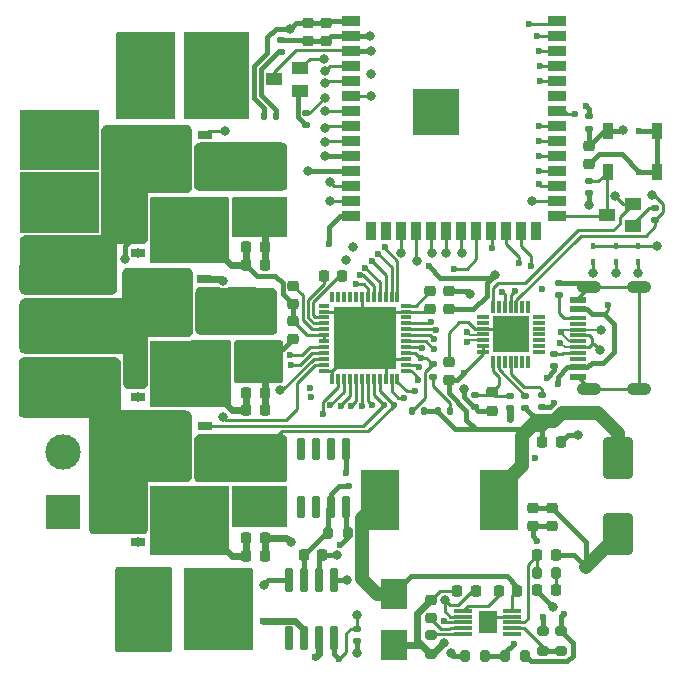
<source format=gbr>
%TF.GenerationSoftware,KiCad,Pcbnew,6.0.10-86aedd382b~118~ubuntu22.04.1*%
%TF.CreationDate,2023-04-05T16:54:16+05:30*%
%TF.ProjectId,Quadruped,51756164-7275-4706-9564-2e6b69636164,rev?*%
%TF.SameCoordinates,Original*%
%TF.FileFunction,Copper,L1,Top*%
%TF.FilePolarity,Positive*%
%FSLAX46Y46*%
G04 Gerber Fmt 4.6, Leading zero omitted, Abs format (unit mm)*
G04 Created by KiCad (PCBNEW 6.0.10-86aedd382b~118~ubuntu22.04.1) date 2023-04-05 16:54:16*
%MOMM*%
%LPD*%
G01*
G04 APERTURE LIST*
G04 Aperture macros list*
%AMRoundRect*
0 Rectangle with rounded corners*
0 $1 Rounding radius*
0 $2 $3 $4 $5 $6 $7 $8 $9 X,Y pos of 4 corners*
0 Add a 4 corners polygon primitive as box body*
4,1,4,$2,$3,$4,$5,$6,$7,$8,$9,$2,$3,0*
0 Add four circle primitives for the rounded corners*
1,1,$1+$1,$2,$3*
1,1,$1+$1,$4,$5*
1,1,$1+$1,$6,$7*
1,1,$1+$1,$8,$9*
0 Add four rect primitives between the rounded corners*
20,1,$1+$1,$2,$3,$4,$5,0*
20,1,$1+$1,$4,$5,$6,$7,0*
20,1,$1+$1,$6,$7,$8,$9,0*
20,1,$1+$1,$8,$9,$2,$3,0*%
G04 Aperture macros list end*
%TA.AperFunction,SMDPad,CuDef*%
%ADD10RoundRect,0.007800X-0.477200X-0.122200X0.477200X-0.122200X0.477200X0.122200X-0.477200X0.122200X0*%
%TD*%
%TA.AperFunction,SMDPad,CuDef*%
%ADD11RoundRect,0.007800X0.122200X-0.477200X0.122200X0.477200X-0.122200X0.477200X-0.122200X-0.477200X0*%
%TD*%
%TA.AperFunction,SMDPad,CuDef*%
%ADD12R,3.150000X3.150000*%
%TD*%
%TA.AperFunction,SMDPad,CuDef*%
%ADD13R,0.400000X0.480000*%
%TD*%
%TA.AperFunction,SMDPad,CuDef*%
%ADD14RoundRect,0.225000X0.250000X-0.225000X0.250000X0.225000X-0.250000X0.225000X-0.250000X-0.225000X0*%
%TD*%
%TA.AperFunction,SMDPad,CuDef*%
%ADD15RoundRect,0.200000X-0.275000X0.200000X-0.275000X-0.200000X0.275000X-0.200000X0.275000X0.200000X0*%
%TD*%
%TA.AperFunction,SMDPad,CuDef*%
%ADD16RoundRect,0.200000X-0.200000X-0.275000X0.200000X-0.275000X0.200000X0.275000X-0.200000X0.275000X0*%
%TD*%
%TA.AperFunction,SMDPad,CuDef*%
%ADD17R,0.900000X0.300000*%
%TD*%
%TA.AperFunction,SMDPad,CuDef*%
%ADD18R,0.300000X0.900000*%
%TD*%
%TA.AperFunction,SMDPad,CuDef*%
%ADD19R,5.250000X5.250000*%
%TD*%
%TA.AperFunction,SMDPad,CuDef*%
%ADD20RoundRect,0.147500X0.147500X0.172500X-0.147500X0.172500X-0.147500X-0.172500X0.147500X-0.172500X0*%
%TD*%
%TA.AperFunction,SMDPad,CuDef*%
%ADD21R,0.950000X1.400000*%
%TD*%
%TA.AperFunction,SMDPad,CuDef*%
%ADD22RoundRect,0.135000X0.185000X-0.135000X0.185000X0.135000X-0.185000X0.135000X-0.185000X-0.135000X0*%
%TD*%
%TA.AperFunction,ComponentPad*%
%ADD23R,3.000000X3.000000*%
%TD*%
%TA.AperFunction,ComponentPad*%
%ADD24C,3.000000*%
%TD*%
%TA.AperFunction,SMDPad,CuDef*%
%ADD25R,1.200000X0.650000*%
%TD*%
%TA.AperFunction,SMDPad,CuDef*%
%ADD26R,4.500000X4.700000*%
%TD*%
%TA.AperFunction,SMDPad,CuDef*%
%ADD27R,0.500000X0.700000*%
%TD*%
%TA.AperFunction,SMDPad,CuDef*%
%ADD28RoundRect,0.225000X0.225000X0.250000X-0.225000X0.250000X-0.225000X-0.250000X0.225000X-0.250000X0*%
%TD*%
%TA.AperFunction,SMDPad,CuDef*%
%ADD29R,2.300000X2.500000*%
%TD*%
%TA.AperFunction,SMDPad,CuDef*%
%ADD30R,3.150000X1.243000*%
%TD*%
%TA.AperFunction,SMDPad,CuDef*%
%ADD31RoundRect,0.225000X-0.225000X-0.250000X0.225000X-0.250000X0.225000X0.250000X-0.225000X0.250000X0*%
%TD*%
%TA.AperFunction,SMDPad,CuDef*%
%ADD32RoundRect,0.250000X-1.500000X-1.000000X1.500000X-1.000000X1.500000X1.000000X-1.500000X1.000000X0*%
%TD*%
%TA.AperFunction,SMDPad,CuDef*%
%ADD33RoundRect,0.135000X-0.185000X0.135000X-0.185000X-0.135000X0.185000X-0.135000X0.185000X0.135000X0*%
%TD*%
%TA.AperFunction,SMDPad,CuDef*%
%ADD34R,3.200000X5.100000*%
%TD*%
%TA.AperFunction,SMDPad,CuDef*%
%ADD35R,1.400000X1.000000*%
%TD*%
%TA.AperFunction,SMDPad,CuDef*%
%ADD36RoundRect,0.250000X-1.000000X1.500000X-1.000000X-1.500000X1.000000X-1.500000X1.000000X1.500000X0*%
%TD*%
%TA.AperFunction,SMDPad,CuDef*%
%ADD37RoundRect,0.225000X-0.250000X0.225000X-0.250000X-0.225000X0.250000X-0.225000X0.250000X0.225000X0*%
%TD*%
%TA.AperFunction,SMDPad,CuDef*%
%ADD38R,1.600000X0.300000*%
%TD*%
%TA.AperFunction,SMDPad,CuDef*%
%ADD39R,1.570000X1.880000*%
%TD*%
%TA.AperFunction,ComponentPad*%
%ADD40C,0.400000*%
%TD*%
%TA.AperFunction,SMDPad,CuDef*%
%ADD41R,1.500000X0.900000*%
%TD*%
%TA.AperFunction,SMDPad,CuDef*%
%ADD42R,0.900000X1.500000*%
%TD*%
%TA.AperFunction,HeatsinkPad*%
%ADD43C,0.500000*%
%TD*%
%TA.AperFunction,SMDPad,CuDef*%
%ADD44R,3.900000X3.900000*%
%TD*%
%TA.AperFunction,SMDPad,CuDef*%
%ADD45R,1.450000X0.600000*%
%TD*%
%TA.AperFunction,SMDPad,CuDef*%
%ADD46R,1.450000X0.300000*%
%TD*%
%TA.AperFunction,ComponentPad*%
%ADD47O,2.100000X1.050000*%
%TD*%
%TA.AperFunction,SMDPad,CuDef*%
%ADD48RoundRect,0.147500X-0.147500X-0.172500X0.147500X-0.172500X0.147500X0.172500X-0.147500X0.172500X0*%
%TD*%
%TA.AperFunction,SMDPad,CuDef*%
%ADD49RoundRect,0.200000X0.275000X-0.200000X0.275000X0.200000X-0.275000X0.200000X-0.275000X-0.200000X0*%
%TD*%
%TA.AperFunction,SMDPad,CuDef*%
%ADD50RoundRect,0.135000X0.135000X0.185000X-0.135000X0.185000X-0.135000X-0.185000X0.135000X-0.185000X0*%
%TD*%
%TA.AperFunction,SMDPad,CuDef*%
%ADD51RoundRect,0.042000X-0.258000X0.943000X-0.258000X-0.943000X0.258000X-0.943000X0.258000X0.943000X0*%
%TD*%
%TA.AperFunction,SMDPad,CuDef*%
%ADD52RoundRect,0.090000X0.210000X-0.860000X0.210000X0.860000X-0.210000X0.860000X-0.210000X-0.860000X0*%
%TD*%
%TA.AperFunction,ViaPad*%
%ADD53C,0.600000*%
%TD*%
%TA.AperFunction,ViaPad*%
%ADD54C,0.800000*%
%TD*%
%TA.AperFunction,Conductor*%
%ADD55C,0.400000*%
%TD*%
%TA.AperFunction,Conductor*%
%ADD56C,1.200000*%
%TD*%
%TA.AperFunction,Conductor*%
%ADD57C,0.250000*%
%TD*%
%TA.AperFunction,Conductor*%
%ADD58C,0.600000*%
%TD*%
%TA.AperFunction,Conductor*%
%ADD59C,1.500000*%
%TD*%
%TA.AperFunction,Conductor*%
%ADD60C,0.200000*%
%TD*%
G04 APERTURE END LIST*
D10*
%TO.P,IC2,1,DCD*%
%TO.N,unconnected-(IC2-Pad1)*%
X68320000Y-101270000D03*
%TO.P,IC2,2,RI*%
%TO.N,unconnected-(IC2-Pad2)*%
X68320000Y-101770000D03*
%TO.P,IC2,3,GND*%
%TO.N,GND*%
X68320000Y-102270000D03*
%TO.P,IC2,4,D+*%
%TO.N,/D+*%
X68320000Y-102770000D03*
%TO.P,IC2,5,D-*%
%TO.N,/D-*%
X68320000Y-103270000D03*
%TO.P,IC2,6,VDD*%
%TO.N,3V3_IN*%
X68320000Y-103770000D03*
%TO.P,IC2,7,REGIN*%
X68320000Y-104270000D03*
D11*
%TO.P,IC2,8,VBUS*%
%TO.N,Net-(C7-Pad1)*%
X69190000Y-105140000D03*
%TO.P,IC2,9,~{RST}*%
%TO.N,Net-(IC2-Pad9)*%
X69690000Y-105140000D03*
%TO.P,IC2,10,NC_1*%
%TO.N,unconnected-(IC2-Pad10)*%
X70190000Y-105140000D03*
%TO.P,IC2,11,~{SUSPEND}*%
%TO.N,Net-(IC2-Pad11)*%
X70690000Y-105140000D03*
%TO.P,IC2,12,SUSPEND*%
%TO.N,unconnected-(IC2-Pad12)*%
X71190000Y-105140000D03*
%TO.P,IC2,13,NC_2*%
%TO.N,unconnected-(IC2-Pad13)*%
X71690000Y-105140000D03*
%TO.P,IC2,14,NC_3*%
%TO.N,unconnected-(IC2-Pad14)*%
X72190000Y-105140000D03*
D10*
%TO.P,IC2,15,NC_4*%
%TO.N,unconnected-(IC2-Pad15)*%
X73060000Y-104270000D03*
%TO.P,IC2,16,NC_5*%
%TO.N,unconnected-(IC2-Pad16)*%
X73060000Y-103770000D03*
%TO.P,IC2,17,NC_6*%
%TO.N,unconnected-(IC2-Pad17)*%
X73060000Y-103270000D03*
%TO.P,IC2,18,NC_7*%
%TO.N,unconnected-(IC2-Pad18)*%
X73060000Y-102770000D03*
%TO.P,IC2,19,NC_8*%
%TO.N,unconnected-(IC2-Pad19)*%
X73060000Y-102270000D03*
%TO.P,IC2,20,NC_9*%
%TO.N,unconnected-(IC2-Pad20)*%
X73060000Y-101770000D03*
%TO.P,IC2,21,NC_10*%
%TO.N,unconnected-(IC2-Pad21)*%
X73060000Y-101270000D03*
D11*
%TO.P,IC2,22,NC_11*%
%TO.N,unconnected-(IC2-Pad22)*%
X72190000Y-100400000D03*
%TO.P,IC2,23,CTS*%
%TO.N,unconnected-(IC2-Pad23)*%
X71690000Y-100400000D03*
%TO.P,IC2,24,RTS*%
%TO.N,/RTS*%
X71190000Y-100400000D03*
%TO.P,IC2,25,RXD*%
%TO.N,/RXD*%
X70690000Y-100400000D03*
%TO.P,IC2,26,TXD*%
%TO.N,/TXD*%
X70190000Y-100400000D03*
%TO.P,IC2,27,DSR*%
%TO.N,unconnected-(IC2-Pad27)*%
X69690000Y-100400000D03*
%TO.P,IC2,28,DTR*%
%TO.N,/DTR*%
X69190000Y-100400000D03*
D12*
%TO.P,IC2,29,EPAD*%
%TO.N,GND*%
X70690000Y-102770000D03*
%TD*%
D13*
%TO.P,D3,1*%
%TO.N,GND*%
X81500000Y-95290000D03*
%TO.P,D3,2*%
%TO.N,/D-*%
X81500000Y-96610000D03*
%TD*%
D14*
%TO.P,C1,1*%
%TO.N,3V3_IN*%
X53500000Y-77925000D03*
%TO.P,C1,2*%
%TO.N,GND*%
X53500000Y-76375000D03*
%TD*%
D13*
%TO.P,D2,1*%
%TO.N,GND*%
X77700000Y-95290000D03*
%TO.P,D2,2*%
%TO.N,VBUS*%
X77700000Y-96610000D03*
%TD*%
D15*
%TO.P,R1,1*%
%TO.N,3V3_IN*%
X73420000Y-127885000D03*
%TO.P,R1,2*%
%TO.N,/VSENSE*%
X73420000Y-129535000D03*
%TD*%
D16*
%TO.P,R25,1*%
%TO.N,/EN-TPS*%
X70245000Y-129950000D03*
%TO.P,R25,2*%
%TO.N,GND*%
X71895000Y-129950000D03*
%TD*%
D17*
%TO.P,IC3,1,FB*%
%TO.N,unconnected-(IC3-Pad1)*%
X54910000Y-100330000D03*
%TO.P,IC3,2,PGND*%
%TO.N,GND*%
X54910000Y-100830000D03*
%TO.P,IC3,3,CPL*%
%TO.N,/DRV8323/CPL*%
X54910000Y-101330000D03*
%TO.P,IC3,4,CPH*%
%TO.N,/DRV8323/CPH*%
X54910000Y-101830000D03*
%TO.P,IC3,5,VCP*%
%TO.N,/DRV8323/VCP*%
X54910000Y-102330000D03*
%TO.P,IC3,6,VM*%
%TO.N,VM*%
X54910000Y-102830000D03*
%TO.P,IC3,7,VDRAIN*%
X54910000Y-103330000D03*
%TO.P,IC3,8,GHA*%
%TO.N,/DRV8323/GHA*%
X54910000Y-103830000D03*
%TO.P,IC3,9,SHA*%
%TO.N,/DRV8323/MOTOR_A*%
X54910000Y-104330000D03*
%TO.P,IC3,10,GLA*%
%TO.N,/DRV8323/GLA*%
X54910000Y-104830000D03*
%TO.P,IC3,11,SPA*%
%TO.N,/DRV8323/SPA*%
X54910000Y-105330000D03*
%TO.P,IC3,12,SNA*%
%TO.N,GND*%
X54910000Y-105830000D03*
D18*
%TO.P,IC3,13,SNB*%
X55610000Y-106530000D03*
%TO.P,IC3,14,SPB*%
%TO.N,/DRV8323/SPB*%
X56110000Y-106530000D03*
%TO.P,IC3,15,GLB*%
%TO.N,/DRV8323/GLB*%
X56610000Y-106530000D03*
%TO.P,IC3,16,SHB*%
%TO.N,/DRV8323/MOTOR_B*%
X57110000Y-106530000D03*
%TO.P,IC3,17,GHB*%
%TO.N,/DRV8323/GHB*%
X57610000Y-106530000D03*
%TO.P,IC3,18,GHC*%
%TO.N,/DRV8323/GHC*%
X58110000Y-106530000D03*
%TO.P,IC3,19,SHC*%
%TO.N,/DRV8323/MOTOR_C*%
X58610000Y-106530000D03*
%TO.P,IC3,20,GLC*%
%TO.N,/DRV8323/GLC*%
X59110000Y-106530000D03*
%TO.P,IC3,21,SPC*%
%TO.N,/DRV8323/SPC*%
X59610000Y-106530000D03*
%TO.P,IC3,22,SNC*%
%TO.N,GND*%
X60110000Y-106530000D03*
%TO.P,IC3,23,SOC*%
%TO.N,/IO19*%
X60610000Y-106530000D03*
%TO.P,IC3,24,SOB*%
%TO.N,/IO8*%
X61110000Y-106530000D03*
D17*
%TO.P,IC3,25,SOA*%
%TO.N,/IO1*%
X61810000Y-105830000D03*
%TO.P,IC3,26,VREF*%
%TO.N,3V3_IN*%
X61810000Y-105330000D03*
%TO.P,IC3,27,DGND*%
%TO.N,GND*%
X61810000Y-104830000D03*
%TO.P,IC3,28,NFAULT*%
%TO.N,/IO47*%
X61810000Y-104330000D03*
%TO.P,IC3,29,SDO*%
%TO.N,/IO38*%
X61810000Y-103830000D03*
%TO.P,IC3,30,SDI*%
%TO.N,/IO37*%
X61810000Y-103330000D03*
%TO.P,IC3,31,SCLK*%
%TO.N,/IO48*%
X61810000Y-102830000D03*
%TO.P,IC3,32,NSCS*%
%TO.N,/IO36*%
X61810000Y-102330000D03*
%TO.P,IC3,33,ENABLE*%
%TO.N,/IO2*%
X61810000Y-101830000D03*
%TO.P,IC3,34,CAL*%
%TO.N,unconnected-(IC3-Pad34)*%
X61810000Y-101330000D03*
%TO.P,IC3,35,AGND*%
%TO.N,GND*%
X61810000Y-100830000D03*
%TO.P,IC3,36,DVDD*%
%TO.N,/DRV8323/DVDD*%
X61810000Y-100330000D03*
D18*
%TO.P,IC3,37,INHA*%
%TO.N,/IO15*%
X61110000Y-99630000D03*
%TO.P,IC3,38,INLA*%
%TO.N,/IO16*%
X60610000Y-99630000D03*
%TO.P,IC3,39,INHB*%
%TO.N,/IO21*%
X60110000Y-99630000D03*
%TO.P,IC3,40,INLB*%
%TO.N,/IO39*%
X59610000Y-99630000D03*
%TO.P,IC3,41,INHC*%
%TO.N,/IO40*%
X59110000Y-99630000D03*
%TO.P,IC3,42,INLC*%
%TO.N,/IO41*%
X58610000Y-99630000D03*
%TO.P,IC3,43,BGND*%
%TO.N,GND*%
X58110000Y-99630000D03*
%TO.P,IC3,44,CB*%
%TO.N,unconnected-(IC3-Pad44)*%
X57610000Y-99630000D03*
%TO.P,IC3,45,SW*%
%TO.N,unconnected-(IC3-Pad45)*%
X57110000Y-99630000D03*
%TO.P,IC3,46,NC*%
%TO.N,unconnected-(IC3-Pad46)*%
X56610000Y-99630000D03*
%TO.P,IC3,47,VIN*%
%TO.N,unconnected-(IC3-Pad47)*%
X56110000Y-99630000D03*
%TO.P,IC3,48,NSHDN*%
%TO.N,unconnected-(IC3-Pad48)*%
X55610000Y-99630000D03*
D19*
%TO.P,IC3,49,THERMAL_PAD*%
%TO.N,GND*%
X58360000Y-103080000D03*
%TD*%
D20*
%TO.P,D5,1,K*%
%TO.N,Net-(D5-Pad1)*%
X65555000Y-109220000D03*
%TO.P,D5,2,A*%
%TO.N,3V3_IN*%
X64585000Y-109220000D03*
%TD*%
D21*
%TO.P,SW2,1,1*%
%TO.N,GND*%
X83075000Y-85500000D03*
%TO.P,SW2,2,2*%
%TO.N,/EN*%
X78925000Y-85500000D03*
%TD*%
D22*
%TO.P,R12,1*%
%TO.N,Net-(J1-PadB5)*%
X74800000Y-99440000D03*
%TO.P,R12,2*%
%TO.N,GND*%
X74800000Y-98420000D03*
%TD*%
D23*
%TO.P,P1,1,1*%
%TO.N,VM*%
X32800000Y-91500000D03*
D24*
%TO.P,P1,2,2*%
%TO.N,GND*%
X32800000Y-86420000D03*
%TD*%
D25*
%TO.P,Q4,1,S_1*%
%TO.N,/DRV8323/SPB*%
X44774000Y-101880000D03*
%TO.P,Q4,2,S_2*%
X44774000Y-100610000D03*
%TO.P,Q4,3,S_3*%
X44774000Y-99340000D03*
%TO.P,Q4,4,G*%
%TO.N,/DRV8323/GLB*%
X44774000Y-98070000D03*
D26*
%TO.P,Q4,5,D_1*%
%TO.N,/DRV8323/MOTOR_B*%
X41305000Y-99975000D03*
D27*
X38805000Y-97975010D03*
%TO.P,Q4,6,D_2*%
X38805000Y-99308340D03*
%TO.P,Q4,7,D_3*%
X38805000Y-100641670D03*
%TO.P,Q4,8,D_4*%
X38805000Y-101975000D03*
%TD*%
D22*
%TO.P,R17,1*%
%TO.N,Net-(D5-Pad1)*%
X64100000Y-106330000D03*
%TO.P,R17,2*%
%TO.N,/IO47*%
X64100000Y-105310000D03*
%TD*%
%TO.P,R4,1*%
%TO.N,/RTS*%
X82950000Y-93060000D03*
%TO.P,R4,2*%
%TO.N,Net-(R4-Pad2)*%
X82950000Y-92040000D03*
%TD*%
D28*
%TO.P,C30,1*%
%TO.N,Net-(C30-Pad1)*%
X74505000Y-124440000D03*
%TO.P,C30,2*%
%TO.N,GND*%
X72955000Y-124440000D03*
%TD*%
D29*
%TO.P,D_Zener1,1,K*%
%TO.N,Net-(C31-Pad2)*%
X60810000Y-124740000D03*
%TO.P,D_Zener1,2,A*%
%TO.N,GND*%
X60810000Y-129040000D03*
%TD*%
D23*
%TO.P,J2,1*%
%TO.N,/DRV8323/MOTOR_C*%
X32800000Y-107280000D03*
D24*
%TO.P,J2,2*%
%TO.N,/DRV8323/MOTOR_B*%
X32800000Y-102200000D03*
%TO.P,J2,3*%
%TO.N,/DRV8323/MOTOR_A*%
X32800000Y-97120000D03*
%TD*%
D30*
%TO.P,R14,1*%
%TO.N,/DRV8323/SPA*%
X49325000Y-88378500D03*
%TO.P,R14,2*%
%TO.N,GND*%
X49325000Y-93221500D03*
%TD*%
D16*
%TO.P,R24,1*%
%TO.N,/COMP*%
X72905000Y-122940000D03*
%TO.P,R24,2*%
%TO.N,Net-(C30-Pad1)*%
X74555000Y-122940000D03*
%TD*%
D31*
%TO.P,C10,1*%
%TO.N,VM*%
X48325000Y-95400000D03*
%TO.P,C10,2*%
%TO.N,GND*%
X49875000Y-95400000D03*
%TD*%
D32*
%TO.P,C33,1*%
%TO.N,VM*%
X39592500Y-126200000D03*
%TO.P,C33,2*%
%TO.N,GND*%
X46092500Y-126200000D03*
%TD*%
D33*
%TO.P,R9,1*%
%TO.N,Net-(IC2-Pad11)*%
X73320000Y-107930000D03*
%TO.P,R9,2*%
%TO.N,GND*%
X73320000Y-108950000D03*
%TD*%
D31*
%TO.P,C31,1*%
%TO.N,Net-(C31-Pad1)*%
X69695000Y-124450000D03*
%TO.P,C31,2*%
%TO.N,Net-(C31-Pad2)*%
X71245000Y-124450000D03*
%TD*%
D22*
%TO.P,R21,1*%
%TO.N,VBUS*%
X70630000Y-108960000D03*
%TO.P,R21,2*%
%TO.N,Net-(C7-Pad1)*%
X70630000Y-107940000D03*
%TD*%
D34*
%TO.P,L2,1,1*%
%TO.N,Net-(C31-Pad2)*%
X59650000Y-116800000D03*
%TO.P,L2,2,2*%
%TO.N,3V3_IN*%
X69750000Y-116800000D03*
%TD*%
D33*
%TO.P,R8,1*%
%TO.N,Net-(IC2-Pad9)*%
X71950000Y-107940000D03*
%TO.P,R8,2*%
%TO.N,3V3_IN*%
X71950000Y-108960000D03*
%TD*%
D22*
%TO.P,R3,1*%
%TO.N,Net-(R3-Pad1)*%
X53400000Y-85060000D03*
%TO.P,R3,2*%
%TO.N,/DTR*%
X53400000Y-84040000D03*
%TD*%
D35*
%TO.P,T2,1*%
%TO.N,Net-(R4-Pad2)*%
X81030000Y-93580000D03*
%TO.P,T2,2*%
%TO.N,/DTR*%
X81030000Y-91680000D03*
%TO.P,T2,3*%
%TO.N,/BOOT*%
X78830000Y-92630000D03*
%TD*%
D22*
%TO.P,R7,1*%
%TO.N,GND*%
X74390000Y-105450000D03*
%TO.P,R7,2*%
%TO.N,Net-(J1-PadA5)*%
X74390000Y-104430000D03*
%TD*%
D32*
%TO.P,C32,1*%
%TO.N,VM*%
X39450000Y-80200000D03*
%TO.P,C32,2*%
%TO.N,GND*%
X45950000Y-80200000D03*
%TD*%
D14*
%TO.P,C5,1*%
%TO.N,GND*%
X77350000Y-88325000D03*
%TO.P,C5,2*%
%TO.N,/EN*%
X77350000Y-86775000D03*
%TD*%
D36*
%TO.P,C4,1*%
%TO.N,3V3_IN*%
X79770000Y-113200000D03*
%TO.P,C4,2*%
%TO.N,GND*%
X79770000Y-119700000D03*
%TD*%
D37*
%TO.P,C18,1*%
%TO.N,GND*%
X74170000Y-117475000D03*
%TO.P,C18,2*%
%TO.N,VM*%
X74170000Y-119025000D03*
%TD*%
D38*
%TO.P,IC1,1,BOOT*%
%TO.N,Net-(C31-Pad1)*%
X66650000Y-126150000D03*
%TO.P,IC1,2,VIN*%
%TO.N,VM*%
X66650000Y-126650000D03*
%TO.P,IC1,3,EN*%
%TO.N,/EN-TPS*%
X66650000Y-127150000D03*
%TO.P,IC1,4,SS/TR*%
%TO.N,Net-(C29-Pad1)*%
X66650000Y-127650000D03*
%TO.P,IC1,5,RT/CLK*%
%TO.N,Net-(IC1-Pad5)*%
X66650000Y-128150000D03*
%TO.P,IC1,6,PWRGD*%
%TO.N,unconnected-(IC1-Pad6)*%
X70850000Y-128150000D03*
%TO.P,IC1,7,VSENSE*%
%TO.N,/VSENSE*%
X70850000Y-127650000D03*
%TO.P,IC1,8,COMP*%
%TO.N,/COMP*%
X70850000Y-127150000D03*
%TO.P,IC1,9,GND_1*%
%TO.N,GND*%
X70850000Y-126650000D03*
%TO.P,IC1,10,PH*%
%TO.N,Net-(C31-Pad2)*%
X70850000Y-126150000D03*
D39*
%TO.P,IC1,11,GND_2*%
%TO.N,GND*%
X68750000Y-127150000D03*
D40*
%TO.P,IC1,12*%
%TO.N,N/C*%
X68300000Y-126550000D03*
%TO.P,IC1,13*%
%TO.N,GND*%
X69200000Y-126550000D03*
%TO.P,IC1,14*%
X68750000Y-127150000D03*
%TO.P,IC1,15*%
%TO.N,N/C*%
X68300000Y-127750000D03*
%TO.P,IC1,16*%
X69200000Y-127750000D03*
%TD*%
D31*
%TO.P,C13,1*%
%TO.N,VM*%
X48325000Y-109200000D03*
%TO.P,C13,2*%
%TO.N,GND*%
X49875000Y-109200000D03*
%TD*%
D28*
%TO.P,C17,1*%
%TO.N,/DRV8323/CPL*%
X56445000Y-97830000D03*
%TO.P,C17,2*%
%TO.N,/DRV8323/CPH*%
X54895000Y-97830000D03*
%TD*%
D31*
%TO.P,C12,1*%
%TO.N,VM*%
X48325000Y-107700000D03*
%TO.P,C12,2*%
%TO.N,GND*%
X49875000Y-107700000D03*
%TD*%
D37*
%TO.P,C23,1*%
%TO.N,/DRV8323/DVDD*%
X63900000Y-99075000D03*
%TO.P,C23,2*%
%TO.N,GND*%
X63900000Y-100625000D03*
%TD*%
%TO.P,C21,1*%
%TO.N,/DRV8323/VCP*%
X52280000Y-98625000D03*
%TO.P,C21,2*%
%TO.N,VM*%
X52280000Y-100175000D03*
%TD*%
D41*
%TO.P,U1,1,GND@1*%
%TO.N,GND*%
X57140000Y-76230000D03*
%TO.P,U1,2,3V3*%
%TO.N,3V3_IN*%
X57140000Y-77500000D03*
%TO.P,U1,3,EN*%
%TO.N,/EN*%
X57140000Y-78770000D03*
%TO.P,U1,4,IO4*%
%TO.N,/IO4*%
X57140000Y-80040000D03*
%TO.P,U1,5,IO5*%
%TO.N,/IO5*%
X57140000Y-81310000D03*
%TO.P,U1,6,IO6*%
%TO.N,/IO6*%
X57140000Y-82580000D03*
%TO.P,U1,7,IO7*%
%TO.N,/IO7*%
X57140000Y-83850000D03*
%TO.P,U1,8,IO15*%
%TO.N,/IO15*%
X57140000Y-85120000D03*
%TO.P,U1,9,IO16*%
%TO.N,/IO16*%
X57140000Y-86390000D03*
%TO.P,U1,10,IO17*%
%TO.N,/IO17*%
X57140000Y-87660000D03*
%TO.P,U1,11,IO18*%
%TO.N,/IO18*%
X57140000Y-88930000D03*
%TO.P,U1,12,IO8*%
%TO.N,/IO8*%
X57140000Y-90200000D03*
%TO.P,U1,13,IO19*%
%TO.N,/IO19*%
X57140000Y-91470000D03*
%TO.P,U1,14,IO20*%
%TO.N,/IO20*%
X57140000Y-92740000D03*
D42*
%TO.P,U1,15,IO3*%
%TO.N,unconnected-(U1-Pad15)*%
X58905000Y-93990000D03*
%TO.P,U1,16,IO46*%
%TO.N,unconnected-(U1-Pad16)*%
X60175000Y-93990000D03*
%TO.P,U1,17,IO9*%
%TO.N,/IO9*%
X61445000Y-93990000D03*
%TO.P,U1,18,IO10*%
%TO.N,/IO10*%
X62715000Y-93990000D03*
%TO.P,U1,19,IO11*%
%TO.N,/IO11*%
X63985000Y-93990000D03*
%TO.P,U1,20,IO12*%
%TO.N,/IO12*%
X65255000Y-93990000D03*
%TO.P,U1,21,IO13*%
%TO.N,/IO13*%
X66525000Y-93990000D03*
%TO.P,U1,22,IO14*%
%TO.N,/IO14*%
X67795000Y-93990000D03*
%TO.P,U1,23,IO21*%
%TO.N,/IO21*%
X69065000Y-93990000D03*
%TO.P,U1,24,IO47*%
%TO.N,/IO47*%
X70335000Y-93990000D03*
%TO.P,U1,25,IO48*%
%TO.N,/IO48*%
X71605000Y-93990000D03*
%TO.P,U1,26,IO45*%
%TO.N,unconnected-(U1-Pad26)*%
X72875000Y-93990000D03*
D41*
%TO.P,U1,27,IO0*%
%TO.N,/BOOT*%
X74640000Y-92740000D03*
%TO.P,U1,28,IO35*%
%TO.N,/IO35*%
X74640000Y-91470000D03*
%TO.P,U1,29,IO36*%
%TO.N,/IO36*%
X74640000Y-90200000D03*
%TO.P,U1,30,IO37*%
%TO.N,/IO37*%
X74640000Y-88930000D03*
%TO.P,U1,31,IO38*%
%TO.N,/IO38*%
X74640000Y-87660000D03*
%TO.P,U1,32,IO39*%
%TO.N,/IO39*%
X74640000Y-86390000D03*
%TO.P,U1,33,IO40*%
%TO.N,/IO40*%
X74640000Y-85120000D03*
%TO.P,U1,34,IO41*%
%TO.N,/IO41*%
X74640000Y-83850000D03*
%TO.P,U1,35,IO42*%
%TO.N,unconnected-(U1-Pad35)*%
X74640000Y-82580000D03*
%TO.P,U1,36,RXD0*%
%TO.N,/RXD*%
X74640000Y-81310000D03*
%TO.P,U1,37,TXD0*%
%TO.N,/TXD*%
X74640000Y-80040000D03*
%TO.P,U1,38,IO2*%
%TO.N,/IO2*%
X74640000Y-78770000D03*
%TO.P,U1,39,IO1*%
%TO.N,/IO1*%
X74640000Y-77500000D03*
%TO.P,U1,40,GND@40*%
%TO.N,GND*%
X74640000Y-76230000D03*
D43*
%TO.P,U1,41*%
%TO.N,N/C*%
X62990000Y-84650000D03*
X65090000Y-83950000D03*
X64390000Y-84650000D03*
X63690000Y-82550000D03*
X65090000Y-85350000D03*
X63690000Y-83950000D03*
X65790000Y-84650000D03*
X62990000Y-83250000D03*
X65090000Y-82550000D03*
X64390000Y-83250000D03*
X63690000Y-85350000D03*
D44*
X64390000Y-83950000D03*
D43*
X65790000Y-83250000D03*
%TD*%
D14*
%TO.P,C19,1*%
%TO.N,3V3_IN*%
X65450000Y-106615000D03*
%TO.P,C19,2*%
%TO.N,GND*%
X65450000Y-105065000D03*
%TD*%
D25*
%TO.P,Q3,1,S_1*%
%TO.N,/DRV8323/MOTOR_B*%
X39185055Y-104270000D03*
%TO.P,Q3,2,S_2*%
X39185055Y-105540000D03*
%TO.P,Q3,3,S_3*%
X39185055Y-106810000D03*
%TO.P,Q3,4,G*%
%TO.N,/DRV8323/GHB*%
X39185055Y-108080000D03*
D26*
%TO.P,Q3,5,D_1*%
%TO.N,VM*%
X42654055Y-106175000D03*
D27*
X45154055Y-108174990D03*
%TO.P,Q3,6,D_2*%
X45154055Y-106841660D03*
%TO.P,Q3,7,D_3*%
X45154055Y-105508330D03*
%TO.P,Q3,8,D_4*%
X45154055Y-104175000D03*
%TD*%
D23*
%TO.P,P2,1,1*%
%TO.N,/CAN_BUS_IC/CANH*%
X32800000Y-117840000D03*
D24*
%TO.P,P2,2,2*%
%TO.N,/CAN_BUS_IC/CANL*%
X32800000Y-112760000D03*
%TD*%
D45*
%TO.P,J1,A1B12,GND*%
%TO.N,GND*%
X76430000Y-106350000D03*
%TO.P,J1,A4B9,VBUS*%
%TO.N,VBUS*%
X76430000Y-105550000D03*
D46*
%TO.P,J1,A5,CC1*%
%TO.N,Net-(J1-PadA5)*%
X76430000Y-104350000D03*
%TO.P,J1,A6,DP1*%
%TO.N,/D+*%
X76430000Y-103350000D03*
%TO.P,J1,A7,DN1*%
%TO.N,/D-*%
X76430000Y-102850000D03*
%TO.P,J1,A8,SBU1*%
%TO.N,unconnected-(J1-PadA8)*%
X76430000Y-101850000D03*
D45*
%TO.P,J1,B1A12,GND*%
%TO.N,GND*%
X76430000Y-99850000D03*
%TO.P,J1,B4A9,VBUS*%
%TO.N,VBUS*%
X76430000Y-100650000D03*
D46*
%TO.P,J1,B5,CC2*%
%TO.N,Net-(J1-PadB5)*%
X76430000Y-101350000D03*
%TO.P,J1,B6,DP2*%
%TO.N,/D+*%
X76430000Y-102350000D03*
%TO.P,J1,B7,DN2*%
%TO.N,/D-*%
X76430000Y-103850000D03*
%TO.P,J1,B8,SBU2*%
%TO.N,unconnected-(J1-PadB8)*%
X76430000Y-104850000D03*
D47*
%TO.P,J1,S1,SHIELD*%
%TO.N,GND*%
X77345000Y-107420000D03*
%TO.P,J1,S2,SHIELD*%
X77345000Y-98780000D03*
%TO.P,J1,S3,SHIELD*%
X81525000Y-107420000D03*
%TO.P,J1,S4,SHIELD*%
X81525000Y-98780000D03*
%TD*%
D31*
%TO.P,C14,1*%
%TO.N,VM*%
X48325000Y-120000000D03*
%TO.P,C14,2*%
%TO.N,GND*%
X49875000Y-120000000D03*
%TD*%
D35*
%TO.P,T1,1*%
%TO.N,Net-(R3-Pad1)*%
X52880000Y-82130000D03*
%TO.P,T1,2*%
%TO.N,/RTS*%
X52880000Y-80230000D03*
%TO.P,T1,3*%
%TO.N,/EN*%
X50680000Y-81180000D03*
%TD*%
D25*
%TO.P,Q2,1,S_1*%
%TO.N,/DRV8323/SPA*%
X44829945Y-89680000D03*
%TO.P,Q2,2,S_2*%
X44829945Y-88410000D03*
%TO.P,Q2,3,S_3*%
X44829945Y-87140000D03*
%TO.P,Q2,4,G*%
%TO.N,/DRV8323/GLA*%
X44829945Y-85870000D03*
D27*
%TO.P,Q2,5,D_1*%
%TO.N,/DRV8323/MOTOR_A*%
X38860945Y-85775010D03*
D26*
X41360945Y-87775000D03*
D27*
%TO.P,Q2,6,D_2*%
X38860945Y-87108340D03*
%TO.P,Q2,7,D_3*%
X38860945Y-88441670D03*
%TO.P,Q2,8,D_4*%
X38860945Y-89775000D03*
%TD*%
D16*
%TO.P,R10,1*%
%TO.N,3V3_IN*%
X55275000Y-119550000D03*
%TO.P,R10,2*%
%TO.N,/IO20*%
X56925000Y-119550000D03*
%TD*%
%TO.P,R20,1*%
%TO.N,VM*%
X66845000Y-129950000D03*
%TO.P,R20,2*%
%TO.N,/EN-TPS*%
X68495000Y-129950000D03*
%TD*%
D14*
%TO.P,C2,1*%
%TO.N,3V3_IN*%
X55050000Y-77925000D03*
%TO.P,C2,2*%
%TO.N,GND*%
X55050000Y-76375000D03*
%TD*%
D31*
%TO.P,C16,1*%
%TO.N,GND*%
X66195000Y-124450000D03*
%TO.P,C16,2*%
%TO.N,VM*%
X67745000Y-124450000D03*
%TD*%
D33*
%TO.P,R13,1*%
%TO.N,/IO35*%
X57700000Y-127690000D03*
%TO.P,R13,2*%
%TO.N,GND*%
X57700000Y-128710000D03*
%TD*%
D31*
%TO.P,C15,1*%
%TO.N,VM*%
X48325000Y-121500000D03*
%TO.P,C15,2*%
%TO.N,GND*%
X49875000Y-121500000D03*
%TD*%
D21*
%TO.P,SW1,1,1*%
%TO.N,GND*%
X83075000Y-89000000D03*
%TO.P,SW1,2,2*%
%TO.N,/BOOT*%
X78925000Y-89000000D03*
%TD*%
D37*
%TO.P,C22,1*%
%TO.N,VM*%
X52280000Y-101625000D03*
%TO.P,C22,2*%
%TO.N,GND*%
X52280000Y-103175000D03*
%TD*%
D25*
%TO.P,Q5,1,S_1*%
%TO.N,/DRV8323/MOTOR_C*%
X39166000Y-116570000D03*
%TO.P,Q5,2,S_2*%
X39166000Y-117840000D03*
%TO.P,Q5,3,S_3*%
X39166000Y-119110000D03*
%TO.P,Q5,4,G*%
%TO.N,/DRV8323/GHC*%
X39166000Y-120380000D03*
D27*
%TO.P,Q5,5,D_1*%
%TO.N,VM*%
X45135000Y-120474990D03*
D26*
X42635000Y-118475000D03*
D27*
%TO.P,Q5,6,D_2*%
X45135000Y-119141660D03*
%TO.P,Q5,7,D_3*%
X45135000Y-117808330D03*
%TO.P,Q5,8,D_4*%
X45135000Y-116475000D03*
%TD*%
D37*
%TO.P,C7,1*%
%TO.N,Net-(C7-Pad1)*%
X69130000Y-107665000D03*
%TO.P,C7,2*%
%TO.N,GND*%
X69130000Y-109215000D03*
%TD*%
D25*
%TO.P,Q1,1,S_1*%
%TO.N,/DRV8323/MOTOR_A*%
X39161945Y-92020000D03*
%TO.P,Q1,2,S_2*%
X39161945Y-93290000D03*
%TO.P,Q1,3,S_3*%
X39161945Y-94560000D03*
%TO.P,Q1,4,G*%
%TO.N,/DRV8323/GHA*%
X39161945Y-95830000D03*
D27*
%TO.P,Q1,5,D_1*%
%TO.N,VM*%
X45130945Y-95924990D03*
D26*
X42630945Y-93925000D03*
D27*
%TO.P,Q1,6,D_2*%
X45130945Y-94591660D03*
%TO.P,Q1,7,D_3*%
X45130945Y-93258330D03*
%TO.P,Q1,8,D_4*%
X45130945Y-91925000D03*
%TD*%
D48*
%TO.P,D6,1,K*%
%TO.N,GND*%
X49845000Y-84300000D03*
%TO.P,D6,2,A*%
%TO.N,Net-(D6-Pad2)*%
X50815000Y-84300000D03*
%TD*%
D31*
%TO.P,C9,1*%
%TO.N,3V3_IN*%
X53175000Y-121450000D03*
%TO.P,C9,2*%
%TO.N,GND*%
X54725000Y-121450000D03*
%TD*%
D14*
%TO.P,C29,1*%
%TO.N,Net-(C29-Pad1)*%
X63970000Y-126760000D03*
%TO.P,C29,2*%
%TO.N,GND*%
X63970000Y-125210000D03*
%TD*%
D49*
%TO.P,R2,1*%
%TO.N,/VSENSE*%
X74970000Y-129535000D03*
%TO.P,R2,2*%
%TO.N,GND*%
X74970000Y-127885000D03*
%TD*%
D31*
%TO.P,C3,1*%
%TO.N,/COMP*%
X72955000Y-121440000D03*
%TO.P,C3,2*%
%TO.N,GND*%
X74505000Y-121440000D03*
%TD*%
%TO.P,C4,1*%
%TO.N,3V3_IN*%
X73375000Y-111850000D03*
%TO.P,C4,2*%
%TO.N,GND*%
X74925000Y-111850000D03*
%TD*%
D30*
%TO.P,R16,1*%
%TO.N,/DRV8323/SPC*%
X49325000Y-112953500D03*
%TO.P,R16,2*%
%TO.N,GND*%
X49325000Y-117796500D03*
%TD*%
D37*
%TO.P,C20,1*%
%TO.N,GND*%
X72570000Y-117475000D03*
%TO.P,C20,2*%
%TO.N,VM*%
X72570000Y-119025000D03*
%TD*%
D13*
%TO.P,D4,1*%
%TO.N,GND*%
X79600000Y-95290000D03*
%TO.P,D4,2*%
%TO.N,/D+*%
X79600000Y-96610000D03*
%TD*%
D22*
%TO.P,R19,1*%
%TO.N,Net-(D6-Pad2)*%
X51280000Y-78850000D03*
%TO.P,R19,2*%
%TO.N,3V3_IN*%
X51280000Y-77830000D03*
%TD*%
D50*
%TO.P,R18,1*%
%TO.N,3V3_IN*%
X63380000Y-109210000D03*
%TO.P,R18,2*%
%TO.N,/IO47*%
X62360000Y-109210000D03*
%TD*%
D15*
%TO.P,R23,1*%
%TO.N,Net-(IC1-Pad5)*%
X63970000Y-128210000D03*
%TO.P,R23,2*%
%TO.N,GND*%
X63970000Y-129860000D03*
%TD*%
D31*
%TO.P,C11,1*%
%TO.N,VM*%
X48325000Y-96900000D03*
%TO.P,C11,2*%
%TO.N,GND*%
X49875000Y-96900000D03*
%TD*%
D14*
%TO.P,C6,1*%
%TO.N,3V3_IN*%
X65440000Y-100615000D03*
%TO.P,C6,2*%
%TO.N,GND*%
X65440000Y-99065000D03*
%TD*%
D51*
%TO.P,U3,1,D*%
%TO.N,/IO17*%
X55755000Y-123535000D03*
%TO.P,U3,2,GND*%
%TO.N,GND*%
X54485000Y-123535000D03*
%TO.P,U3,3,VCC*%
%TO.N,3V3_IN*%
X53215000Y-123535000D03*
%TO.P,U3,4,R*%
%TO.N,/IO18*%
X51945000Y-123535000D03*
%TO.P,U3,5,VREF*%
%TO.N,unconnected-(U3-Pad5)*%
X51945000Y-128475000D03*
%TO.P,U3,6,CANL*%
%TO.N,/CAN_BUS_IC/CANL*%
X53215000Y-128475000D03*
%TO.P,U3,7,CANH*%
%TO.N,/CAN_BUS_IC/CANH*%
X54485000Y-128475000D03*
%TO.P,U3,8,RS*%
%TO.N,/IO35*%
X55755000Y-128475000D03*
%TD*%
D22*
%TO.P,R5,1*%
%TO.N,3V3_IN*%
X77350000Y-90820000D03*
%TO.P,R5,2*%
%TO.N,/BOOT*%
X77350000Y-89800000D03*
%TD*%
D30*
%TO.P,R15,1*%
%TO.N,/DRV8323/SPB*%
X49325000Y-100578500D03*
%TO.P,R15,2*%
%TO.N,GND*%
X49325000Y-105421500D03*
%TD*%
D33*
%TO.P,R22,1*%
%TO.N,Net-(C7-Pad1)*%
X67670000Y-107890000D03*
%TO.P,R22,2*%
%TO.N,GND*%
X67670000Y-108910000D03*
%TD*%
D52*
%TO.P,U5,1*%
%TO.N,N/C*%
X52945000Y-117355000D03*
%TO.P,U5,2*%
X54215000Y-117355000D03*
%TO.P,U5,3,VDD*%
%TO.N,3V3_IN*%
X55485000Y-117355000D03*
%TO.P,U5,4,DQ*%
%TO.N,/IO20*%
X56755000Y-117355000D03*
%TO.P,U5,5,GND*%
%TO.N,GND*%
X56755000Y-112445000D03*
%TO.P,U5,6*%
%TO.N,N/C*%
X55485000Y-112445000D03*
%TO.P,U5,7*%
X54215000Y-112445000D03*
%TO.P,U5,8*%
X52945000Y-112445000D03*
%TD*%
D25*
%TO.P,Q6,1,S_1*%
%TO.N,/DRV8323/SPC*%
X44799000Y-114330000D03*
%TO.P,Q6,2,S_2*%
X44799000Y-113060000D03*
%TO.P,Q6,3,S_3*%
X44799000Y-111790000D03*
%TO.P,Q6,4,G*%
%TO.N,/DRV8323/GLC*%
X44799000Y-110520000D03*
D26*
%TO.P,Q6,5,D_1*%
%TO.N,/DRV8323/MOTOR_C*%
X41330000Y-112425000D03*
D27*
X38830000Y-110425010D03*
%TO.P,Q6,6,D_2*%
X38830000Y-111758340D03*
%TO.P,Q6,7,D_3*%
X38830000Y-113091670D03*
%TO.P,Q6,8,D_4*%
X38830000Y-114425000D03*
%TD*%
D33*
%TO.P,R6,1*%
%TO.N,3V3_IN*%
X77350000Y-84310000D03*
%TO.P,R6,2*%
%TO.N,/EN*%
X77350000Y-85330000D03*
%TD*%
D53*
%TO.N,3V3_IN*%
X62966972Y-105563366D03*
X73420000Y-126720000D03*
D54*
X77340000Y-91830000D03*
D53*
X63783145Y-96993677D03*
X66740000Y-106020000D03*
X56980000Y-115600000D03*
D54*
X69363374Y-97691224D03*
D53*
X77080000Y-83400000D03*
D54*
X58770000Y-77500000D03*
X74090000Y-110130000D03*
X57320000Y-95330000D03*
D53*
%TO.N,GND*%
X31350000Y-88110000D03*
D54*
X55990000Y-121450000D03*
D53*
X34800000Y-87210000D03*
D54*
X46640000Y-128570000D03*
D53*
X47480000Y-116600000D03*
X81530000Y-85500000D03*
X48360000Y-104330000D03*
X35480000Y-86100000D03*
X35480000Y-85400000D03*
X48880000Y-115900000D03*
X50280000Y-115900000D03*
D54*
X44560000Y-123810000D03*
D53*
X35480000Y-84700000D03*
X31080000Y-84100000D03*
X50280000Y-116600000D03*
X29580000Y-84880000D03*
D54*
X56700000Y-103280000D03*
D53*
X47480000Y-115900000D03*
D54*
X67281516Y-99363082D03*
D53*
X34810000Y-86350000D03*
X48190000Y-105440000D03*
X30380000Y-86900000D03*
X48180000Y-115900000D03*
D54*
X74280000Y-125810000D03*
D53*
X34780000Y-85500000D03*
X72280000Y-76500000D03*
X35480000Y-88200000D03*
D54*
X44570000Y-83050000D03*
D53*
X48960000Y-92220000D03*
D54*
X66730000Y-107370161D03*
D53*
X35480000Y-86800000D03*
X49650000Y-91520000D03*
D54*
X77070000Y-122450000D03*
D53*
X49800000Y-104330000D03*
X49480000Y-93220000D03*
X30410000Y-87760000D03*
X48800000Y-93210000D03*
X49640000Y-92200000D03*
X32480000Y-84100000D03*
X30380000Y-84800000D03*
X74380000Y-108600000D03*
X30380000Y-86200000D03*
D54*
X44670000Y-128570000D03*
D53*
X47710000Y-103660000D03*
X48090000Y-93220000D03*
X29580000Y-84100000D03*
D54*
X46690000Y-78140000D03*
D53*
X48420000Y-103650000D03*
D54*
X65044652Y-128874500D03*
D53*
X47520000Y-91560000D03*
X34470000Y-87960000D03*
X34580000Y-84100000D03*
X48180000Y-116600000D03*
X35280000Y-84100000D03*
X48960000Y-105430000D03*
X49580000Y-115900000D03*
X33980000Y-84800000D03*
D54*
X46580000Y-123840000D03*
X52060000Y-120350000D03*
X49325000Y-117796500D03*
D53*
X49710000Y-105440000D03*
X35480000Y-87500000D03*
D54*
X46630000Y-83050000D03*
X51980000Y-76900000D03*
D53*
X48250000Y-91550000D03*
X48970000Y-91530000D03*
X33180000Y-84100000D03*
X49140000Y-103660000D03*
X29600000Y-85640000D03*
X75180000Y-126400000D03*
D54*
X57700000Y-129700000D03*
X76370000Y-111250000D03*
D53*
X29600000Y-87300000D03*
X31780000Y-84100000D03*
D54*
X44430000Y-78140000D03*
D53*
X47690000Y-104330000D03*
X49580000Y-116600000D03*
X50980000Y-115900000D03*
X31180000Y-84800000D03*
D54*
X56730000Y-96440000D03*
D53*
X73780000Y-106420000D03*
X29650000Y-88120000D03*
X48260000Y-92220000D03*
X48880000Y-116600000D03*
X70780000Y-103900000D03*
D54*
X83060000Y-95270000D03*
D53*
X30380000Y-85500000D03*
X29590000Y-86440000D03*
X81590000Y-88990000D03*
X49070000Y-104310000D03*
X56760000Y-114490000D03*
X33880000Y-84100000D03*
X30380000Y-84100000D03*
X47530000Y-92240000D03*
X34680000Y-84800000D03*
D54*
%TO.N,/EN*%
X80210000Y-85490000D03*
X58840000Y-78790000D03*
D53*
%TO.N,VM*%
X44380000Y-92220000D03*
X30280000Y-92200000D03*
D54*
X46080000Y-106850000D03*
D53*
X43590000Y-94690000D03*
X30280000Y-91500000D03*
D54*
X46080000Y-120470000D03*
D53*
X42790000Y-94700000D03*
D54*
X46070000Y-93290000D03*
X46070000Y-91960000D03*
D53*
X41200000Y-93850000D03*
X41790000Y-105200000D03*
X44380000Y-92990000D03*
X42590000Y-104440000D03*
X44260000Y-104430000D03*
X30280000Y-89400000D03*
X40990000Y-105970000D03*
X31680000Y-93600000D03*
X44380000Y-93930000D03*
X42750000Y-118320000D03*
D54*
X46080000Y-105530000D03*
D53*
X41900000Y-118320000D03*
X42000000Y-93870000D03*
X42610000Y-106020000D03*
X29580000Y-89400000D03*
X40990000Y-117590000D03*
X41840000Y-107480000D03*
X34480000Y-89400000D03*
X40990000Y-107490000D03*
X33080000Y-93600000D03*
D54*
X46100000Y-119140000D03*
D53*
X41170000Y-93090000D03*
X40970000Y-104440000D03*
D54*
X38970000Y-78240000D03*
D53*
X43510000Y-105280000D03*
X34930000Y-90890000D03*
D54*
X46070000Y-116470000D03*
D53*
X42850000Y-95530000D03*
X30280000Y-90800000D03*
D54*
X39110000Y-128540000D03*
X40730000Y-123710000D03*
D53*
X44370000Y-116780000D03*
D54*
X40600000Y-128600000D03*
D53*
X30980000Y-89400000D03*
X41920000Y-117580000D03*
D54*
X41070000Y-78240000D03*
D53*
X43600000Y-119850000D03*
X43610000Y-92220000D03*
X43440000Y-104440000D03*
X43620000Y-117580000D03*
X44340000Y-107620000D03*
X41820000Y-106680000D03*
X33780000Y-93600000D03*
X34940000Y-90140000D03*
X41910000Y-92260000D03*
X42770000Y-93850000D03*
X40970000Y-119840000D03*
X42770000Y-117560000D03*
X29580000Y-91500000D03*
X42780000Y-119080000D03*
X41920000Y-119840000D03*
X42610000Y-105230000D03*
X30280000Y-90100000D03*
X43570000Y-106850000D03*
X29580000Y-92200000D03*
X29580000Y-90100000D03*
D54*
X46070000Y-104170000D03*
D53*
X42770000Y-116790000D03*
X44400000Y-94740000D03*
X44370000Y-117560000D03*
X41960000Y-116780000D03*
X40990000Y-105220000D03*
X30980000Y-93600000D03*
D54*
X65110000Y-125250000D03*
D53*
X31680000Y-89400000D03*
X34480000Y-93600000D03*
X34940000Y-91620000D03*
X43610000Y-93910000D03*
X43550000Y-118280000D03*
X30280000Y-93600000D03*
D54*
X38940000Y-82860000D03*
D53*
X33780000Y-89400000D03*
X34930000Y-93050000D03*
X32380000Y-89400000D03*
X42760000Y-93030000D03*
X41200000Y-94590000D03*
D54*
X65647752Y-129752428D03*
X46110000Y-117820000D03*
D53*
X33080000Y-89400000D03*
X72970000Y-120250000D03*
X40980000Y-119100000D03*
X44250000Y-105250000D03*
X42720000Y-92240000D03*
D54*
X46050000Y-95950000D03*
D53*
X41180000Y-92260000D03*
X29580000Y-93600000D03*
X40990000Y-106720000D03*
X44370000Y-119850000D03*
X44400000Y-95590000D03*
X42700000Y-106760000D03*
X43570000Y-116780000D03*
X34920000Y-92330000D03*
X42050000Y-94690000D03*
X44310000Y-119070000D03*
X43640000Y-93030000D03*
X40990000Y-118350000D03*
D54*
X40970000Y-82860000D03*
D53*
X41770000Y-104440000D03*
X41810000Y-105940000D03*
X44290000Y-106860000D03*
X41900000Y-119080000D03*
X29580000Y-90800000D03*
X42120000Y-95530000D03*
X29580000Y-92900000D03*
X42780000Y-119870000D03*
X41020000Y-116800000D03*
X44250000Y-106070000D03*
D54*
X46070000Y-108170000D03*
D53*
X41260000Y-95490000D03*
X43520000Y-106070000D03*
X44350000Y-118280000D03*
X43590000Y-107640000D03*
X41970000Y-93070000D03*
X32380000Y-93600000D03*
X30280000Y-92900000D03*
D54*
X39406728Y-123723272D03*
D53*
X42700000Y-107540000D03*
D54*
X46070000Y-94610000D03*
D53*
X43570000Y-95570000D03*
X43570000Y-119080000D03*
%TO.N,/IO47*%
X71374500Y-96700000D03*
X63133784Y-104781461D03*
%TO.N,VBUS*%
X72770000Y-113250000D03*
X78915500Y-100270000D03*
X74710000Y-106980000D03*
D54*
X77700000Y-97570000D03*
D53*
X70630000Y-109960000D03*
%TO.N,/D-*%
X67025358Y-103445000D03*
D54*
X78280000Y-104120000D03*
D53*
X74890000Y-103470000D03*
D54*
X81500000Y-97570000D03*
%TO.N,/D+*%
X79590000Y-97570000D03*
D53*
X67025358Y-102595000D03*
D54*
X78340000Y-102400000D03*
D53*
X74920000Y-102540000D03*
D54*
%TO.N,/RTS*%
X82640000Y-90930000D03*
X54895000Y-79424500D03*
X58880000Y-80690000D03*
D53*
%TO.N,/RXD*%
X71058386Y-99078386D03*
X73170000Y-81330000D03*
%TO.N,/TXD*%
X73180000Y-80050000D03*
X69960000Y-99130000D03*
D54*
%TO.N,/DTR*%
X54992299Y-82712299D03*
X79554500Y-91060000D03*
%TO.N,/DRV8323/GHA*%
X39161945Y-95830000D03*
D53*
X52041893Y-104515071D03*
D54*
%TO.N,/DRV8323/MOTOR_A*%
X38005523Y-96378152D03*
D53*
X52090588Y-105313089D03*
D54*
%TO.N,/DRV8323/GLA*%
X46480000Y-85500000D03*
X51180000Y-107500000D03*
%TO.N,/DRV8323/SPA*%
X46380000Y-109795500D03*
X44829945Y-89680000D03*
%TO.N,/DRV8323/SPB*%
X46560500Y-102000000D03*
D53*
X54819500Y-109505000D03*
%TO.N,/DRV8323/GLB*%
X55430000Y-108780000D03*
D54*
X46380000Y-98200000D03*
D53*
%TO.N,/DRV8323/MOTOR_B*%
X56350000Y-108790000D03*
D54*
%TO.N,/DRV8323/GHB*%
X39185055Y-108080000D03*
D53*
X57199647Y-108799647D03*
%TO.N,/DRV8323/GHC*%
X58085460Y-108794188D03*
D54*
X39166000Y-120380000D03*
D53*
%TO.N,/DRV8323/MOTOR_C*%
X58920000Y-108750000D03*
%TO.N,/DRV8323/GLC*%
X59966896Y-108773104D03*
%TO.N,/DRV8323/SPC*%
X60838485Y-108761515D03*
%TO.N,/IO19*%
X61630000Y-108140000D03*
D54*
X55360500Y-91470000D03*
D53*
%TO.N,/IO8*%
X62560000Y-107570000D03*
D54*
X55429750Y-89860250D03*
D53*
%TO.N,/IO1*%
X72930000Y-77490000D03*
X62821161Y-106645661D03*
%TO.N,/IO38*%
X73110000Y-87660000D03*
X63190000Y-103954500D03*
%TO.N,/IO37*%
X73090000Y-88900000D03*
X64168118Y-103957578D03*
%TO.N,/IO48*%
X64233663Y-103160767D03*
X72410000Y-96980000D03*
X73340000Y-98900000D03*
%TO.N,/IO36*%
X64355349Y-102370579D03*
X73090000Y-90070000D03*
%TO.N,/IO2*%
X63920000Y-101700000D03*
X73090000Y-78760000D03*
D54*
%TO.N,/IO17*%
X56830000Y-123540000D03*
X55020000Y-87660000D03*
%TO.N,/IO18*%
X49780000Y-123940000D03*
X53550000Y-88900000D03*
D53*
%TO.N,/IO21*%
X58928747Y-96537579D03*
X69150000Y-95410000D03*
%TO.N,/IO39*%
X73120000Y-86390000D03*
X58392026Y-97130145D03*
%TO.N,/IO40*%
X73140000Y-85120000D03*
X57910768Y-97768577D03*
%TO.N,/IO41*%
X76104500Y-84100000D03*
X57613054Y-98510581D03*
%TO.N,/CAN_BUS_IC/CANH*%
X54170000Y-130110000D03*
%TO.N,/CAN_BUS_IC/CANL*%
X49690000Y-126990000D03*
%TO.N,/IO35*%
X56160000Y-130240000D03*
D54*
X57690000Y-126500000D03*
X72480000Y-91500000D03*
%TO.N,/IO4*%
X54996676Y-80419208D03*
D53*
X53770000Y-108100000D03*
D54*
%TO.N,/IO5*%
X54980000Y-81450000D03*
D53*
X53694549Y-107292274D03*
D54*
%TO.N,/IO6*%
X58860000Y-82590000D03*
%TO.N,/IO7*%
X54980000Y-83860000D03*
D53*
%TO.N,/IO15*%
X60020000Y-95370000D03*
D54*
X54980000Y-85309500D03*
D53*
%TO.N,/IO16*%
X59455238Y-95935905D03*
D54*
X54980000Y-86500000D03*
D53*
%TO.N,/IO20*%
X55330000Y-95070000D03*
X56242371Y-120586627D03*
D54*
%TO.N,/IO9*%
X61450000Y-95830000D03*
%TO.N,/IO10*%
X62792299Y-96582299D03*
%TO.N,/IO11*%
X64020000Y-95840000D03*
%TO.N,/IO12*%
X65260000Y-95850000D03*
%TO.N,/IO13*%
X66540000Y-95860000D03*
D53*
%TO.N,/IO14*%
X65915500Y-97250000D03*
%TO.N,/EN-TPS*%
X70970000Y-128950000D03*
X65068411Y-127051589D03*
%TD*%
D55*
%TO.N,3V3_IN*%
X55275000Y-119550000D02*
X55275000Y-117565000D01*
X68665000Y-98389598D02*
X69363374Y-97691224D01*
X53405000Y-77830000D02*
X53500000Y-77925000D01*
X57140000Y-77500000D02*
X55475000Y-77500000D01*
X55275000Y-119550000D02*
X55075000Y-119550000D01*
X53215000Y-123535000D02*
X53215000Y-121490000D01*
X66015000Y-110800000D02*
X64585000Y-109370000D01*
X73420000Y-110800000D02*
X67730000Y-110800000D01*
X63783145Y-96993677D02*
X64739468Y-97950000D01*
D56*
X71635000Y-111345000D02*
X71635000Y-113895786D01*
D55*
X65450000Y-107747538D02*
X66950000Y-109247538D01*
X73120000Y-110130000D02*
X71950000Y-108960000D01*
D56*
X72850000Y-110130000D02*
X71635000Y-111345000D01*
D55*
X66950000Y-110020000D02*
X67730000Y-110800000D01*
X64585000Y-109370000D02*
X64585000Y-109220000D01*
D56*
X78070000Y-109450000D02*
X75085635Y-109450000D01*
D55*
X55075000Y-119550000D02*
X53175000Y-121450000D01*
X63380000Y-109210000D02*
X64575000Y-109210000D01*
X66145000Y-106615000D02*
X66740000Y-106020000D01*
X77080000Y-83400000D02*
X77350000Y-83670000D01*
X68665000Y-99485000D02*
X68665000Y-98389598D01*
D57*
X62733606Y-105330000D02*
X62966972Y-105563366D01*
D55*
X66950000Y-109247538D02*
X66950000Y-110020000D01*
X77350000Y-91820000D02*
X77340000Y-91830000D01*
X74090000Y-110130000D02*
X73375000Y-110845000D01*
X64575000Y-109210000D02*
X64585000Y-109220000D01*
D56*
X71635000Y-113895786D02*
X69750000Y-115780786D01*
D55*
X64739468Y-97950000D02*
X69104598Y-97950000D01*
D57*
X68320000Y-104270000D02*
X68320000Y-103770000D01*
D55*
X77350000Y-83670000D02*
X77350000Y-84310000D01*
X55275000Y-117565000D02*
X55485000Y-117355000D01*
X73420000Y-127885000D02*
X73420000Y-126720000D01*
X74090000Y-110130000D02*
X73420000Y-110800000D01*
X55475000Y-77500000D02*
X55050000Y-77925000D01*
D56*
X79770000Y-113200000D02*
X79770000Y-111150000D01*
D55*
X55485000Y-116295000D02*
X56080000Y-115700000D01*
X53500000Y-77925000D02*
X55050000Y-77925000D01*
D57*
X61810000Y-105330000D02*
X62733606Y-105330000D01*
D55*
X67535000Y-100615000D02*
X68665000Y-99485000D01*
D57*
X68320000Y-104270000D02*
X68320000Y-104440000D01*
D55*
X77350000Y-90820000D02*
X77350000Y-91820000D01*
X65450000Y-106615000D02*
X65450000Y-107747538D01*
X74090000Y-110130000D02*
X73120000Y-110130000D01*
X73375000Y-110845000D02*
X73375000Y-111850000D01*
D56*
X69750000Y-115780786D02*
X69750000Y-116800000D01*
D55*
X57140000Y-77500000D02*
X58770000Y-77500000D01*
X65450000Y-106615000D02*
X66145000Y-106615000D01*
D56*
X74405635Y-110130000D02*
X74090000Y-110130000D01*
D55*
X55485000Y-117355000D02*
X55485000Y-116295000D01*
D56*
X75085635Y-109450000D02*
X74405635Y-110130000D01*
D55*
X65440000Y-100615000D02*
X67535000Y-100615000D01*
X67730000Y-110800000D02*
X66015000Y-110800000D01*
X53215000Y-121490000D02*
X53175000Y-121450000D01*
X56080000Y-115700000D02*
X56180000Y-115600000D01*
X51280000Y-77830000D02*
X53405000Y-77830000D01*
D57*
X68320000Y-104440000D02*
X66740000Y-106020000D01*
D55*
X69104598Y-97950000D02*
X69363374Y-97691224D01*
D56*
X79770000Y-111150000D02*
X78070000Y-109450000D01*
X74090000Y-110130000D02*
X72850000Y-110130000D01*
D55*
X56180000Y-115600000D02*
X56980000Y-115600000D01*
D57*
%TO.N,GND*%
X66195000Y-124450000D02*
X64730000Y-124450000D01*
D58*
X49875000Y-107700000D02*
X49875000Y-109200000D01*
D57*
X68320000Y-102270000D02*
X70190000Y-102270000D01*
D55*
X55195000Y-76230000D02*
X55050000Y-76375000D01*
X51980000Y-76900000D02*
X52505000Y-76375000D01*
D57*
X54910000Y-105830000D02*
X55610000Y-105830000D01*
D55*
X74390000Y-105450000D02*
X74390000Y-105810000D01*
X74800000Y-98420000D02*
X76985000Y-98420000D01*
D57*
X67657800Y-102270000D02*
X68320000Y-102270000D01*
D58*
X49875000Y-95400000D02*
X49875000Y-93615000D01*
X62810000Y-126370000D02*
X63970000Y-125210000D01*
D57*
X81500000Y-95290000D02*
X79600000Y-95290000D01*
X76430000Y-99695000D02*
X77345000Y-98780000D01*
D55*
X74970000Y-126610000D02*
X75180000Y-126400000D01*
D57*
X81500000Y-95290000D02*
X83040000Y-95290000D01*
D58*
X49875000Y-96900000D02*
X49875000Y-95400000D01*
D55*
X69130000Y-109215000D02*
X67975000Y-109215000D01*
D57*
X63695000Y-100830000D02*
X63900000Y-100625000D01*
X65450000Y-102640000D02*
X66350000Y-101740000D01*
X58110000Y-102830000D02*
X58360000Y-103080000D01*
X77700000Y-95290000D02*
X79600000Y-95290000D01*
D55*
X67281516Y-99363082D02*
X66983434Y-99065000D01*
X71895000Y-129950000D02*
X72395000Y-130450000D01*
D58*
X52060000Y-120350000D02*
X51710000Y-120000000D01*
D57*
X81525000Y-107420000D02*
X77345000Y-107420000D01*
D58*
X51710000Y-120000000D02*
X49875000Y-120000000D01*
D57*
X65450000Y-105065000D02*
X65450000Y-102640000D01*
X74370000Y-76500000D02*
X74640000Y-76230000D01*
D55*
X67613396Y-108910000D02*
X67670000Y-108910000D01*
D57*
X66350000Y-101740000D02*
X67127800Y-101740000D01*
D55*
X74390000Y-105810000D02*
X73780000Y-106420000D01*
X73320000Y-108950000D02*
X74030000Y-108950000D01*
D58*
X49875000Y-121500000D02*
X49875000Y-120000000D01*
D55*
X67975000Y-109215000D02*
X67670000Y-108910000D01*
D57*
X61810000Y-104830000D02*
X60110000Y-104830000D01*
D55*
X74030000Y-108950000D02*
X74380000Y-108600000D01*
D57*
X81525000Y-98780000D02*
X81525000Y-107420000D01*
D56*
X79770000Y-119700000D02*
X79770000Y-119750000D01*
D57*
X56110000Y-100830000D02*
X58360000Y-103080000D01*
X60610000Y-100830000D02*
X58360000Y-103080000D01*
D55*
X57140000Y-76230000D02*
X55195000Y-76230000D01*
D57*
X55610000Y-106530000D02*
X55610000Y-105830000D01*
D55*
X77070000Y-120375000D02*
X77070000Y-122450000D01*
X56755000Y-114485000D02*
X56760000Y-114490000D01*
D57*
X61810000Y-100830000D02*
X63695000Y-100830000D01*
D55*
X72955000Y-124485000D02*
X72955000Y-124440000D01*
D58*
X63970000Y-129860000D02*
X62810000Y-128700000D01*
X49875000Y-93615000D02*
X49480000Y-93220000D01*
D57*
X67127800Y-101740000D02*
X67657800Y-102270000D01*
D55*
X57700000Y-128710000D02*
X57700000Y-129700000D01*
D59*
X46600000Y-126050000D02*
X46725000Y-126050000D01*
D55*
X50110000Y-78901472D02*
X50110000Y-77590000D01*
X80120000Y-87520000D02*
X81590000Y-88990000D01*
X50138250Y-103991750D02*
X49800000Y-104330000D01*
D57*
X70850000Y-126650000D02*
X69250000Y-126650000D01*
X77345000Y-98780000D02*
X81525000Y-98780000D01*
D56*
X79770000Y-119750000D02*
X77070000Y-122450000D01*
D55*
X81600000Y-89000000D02*
X81590000Y-88990000D01*
X83075000Y-89000000D02*
X83075000Y-85500000D01*
X83075000Y-89000000D02*
X81600000Y-89000000D01*
X76985000Y-98420000D02*
X77345000Y-98780000D01*
X50110000Y-77590000D02*
X50800000Y-76900000D01*
D57*
X77345000Y-107265000D02*
X76430000Y-106350000D01*
D55*
X52505000Y-76375000D02*
X53500000Y-76375000D01*
D58*
X65044652Y-128874500D02*
X64059152Y-129860000D01*
D55*
X75970000Y-129950000D02*
X75970000Y-128885000D01*
X74970000Y-127885000D02*
X74970000Y-126610000D01*
D57*
X61810000Y-100830000D02*
X60610000Y-100830000D01*
D58*
X63150000Y-129040000D02*
X63970000Y-129860000D01*
D57*
X76430000Y-99850000D02*
X76430000Y-99695000D01*
D55*
X75470000Y-130450000D02*
X75970000Y-129950000D01*
D58*
X62810000Y-128700000D02*
X62810000Y-126370000D01*
D55*
X74170000Y-117475000D02*
X77070000Y-120375000D01*
D57*
X70190000Y-102270000D02*
X70690000Y-102770000D01*
D55*
X54485000Y-121690000D02*
X54725000Y-121450000D01*
D57*
X58110000Y-99630000D02*
X58110000Y-102830000D01*
X77345000Y-107420000D02*
X77345000Y-107265000D01*
D55*
X75970000Y-128885000D02*
X74970000Y-127885000D01*
X75525000Y-111250000D02*
X74925000Y-111850000D01*
D58*
X64059152Y-129860000D02*
X63970000Y-129860000D01*
D55*
X66983434Y-99065000D02*
X65440000Y-99065000D01*
X76370000Y-111250000D02*
X75525000Y-111250000D01*
X54485000Y-123535000D02*
X54485000Y-121690000D01*
X54725000Y-121450000D02*
X55990000Y-121450000D01*
X77350000Y-88325000D02*
X78155000Y-87520000D01*
D57*
X55610000Y-105830000D02*
X58360000Y-103080000D01*
D55*
X49845000Y-83633528D02*
X48980000Y-82768528D01*
X76060000Y-121440000D02*
X77070000Y-122450000D01*
X51463250Y-103991750D02*
X50138250Y-103991750D01*
X51463250Y-103991750D02*
X52280000Y-103175000D01*
X53500000Y-76375000D02*
X55050000Y-76375000D01*
X56755000Y-112445000D02*
X56755000Y-114485000D01*
X66730000Y-108026604D02*
X67613396Y-108910000D01*
X72395000Y-130450000D02*
X75470000Y-130450000D01*
D57*
X72280000Y-76500000D02*
X74370000Y-76500000D01*
X60110000Y-106530000D02*
X60110000Y-104830000D01*
D55*
X78155000Y-87520000D02*
X80120000Y-87520000D01*
D57*
X69250000Y-126650000D02*
X68750000Y-127150000D01*
D55*
X48980000Y-82768528D02*
X48980000Y-80031472D01*
D58*
X49875000Y-106345000D02*
X48960000Y-105430000D01*
D57*
X54910000Y-100830000D02*
X56110000Y-100830000D01*
D58*
X60810000Y-129040000D02*
X63150000Y-129040000D01*
D55*
X48980000Y-80031472D02*
X50110000Y-78901472D01*
X74170000Y-117475000D02*
X72570000Y-117475000D01*
D57*
X60110000Y-104830000D02*
X58360000Y-103080000D01*
D58*
X49875000Y-107700000D02*
X49875000Y-106345000D01*
D57*
X83040000Y-95290000D02*
X83060000Y-95270000D01*
D55*
X74505000Y-121440000D02*
X76060000Y-121440000D01*
X50800000Y-76900000D02*
X51980000Y-76900000D01*
X74280000Y-125810000D02*
X72955000Y-124485000D01*
D57*
X64730000Y-124450000D02*
X63970000Y-125210000D01*
D55*
X66730000Y-107370161D02*
X66730000Y-108026604D01*
X83075000Y-85500000D02*
X81530000Y-85500000D01*
X49845000Y-84300000D02*
X49845000Y-83633528D01*
D57*
%TO.N,/COMP*%
X71820000Y-127150000D02*
X72130000Y-126840000D01*
X72130000Y-126840000D02*
X72130000Y-122265000D01*
X72905000Y-121490000D02*
X72955000Y-121440000D01*
X72130000Y-122265000D02*
X72955000Y-121440000D01*
X70850000Y-127150000D02*
X71820000Y-127150000D01*
X72905000Y-122940000D02*
X72905000Y-121490000D01*
D55*
%TO.N,/EN*%
X78625000Y-85500000D02*
X77350000Y-86775000D01*
X77350000Y-86775000D02*
X77350000Y-85330000D01*
X58840000Y-78790000D02*
X57160000Y-78790000D01*
D57*
X57140000Y-78770000D02*
X57070000Y-78700000D01*
D55*
X78925000Y-85500000D02*
X80200000Y-85500000D01*
D57*
X50680000Y-80580000D02*
X50680000Y-81180000D01*
D55*
X80200000Y-85500000D02*
X80210000Y-85490000D01*
X78925000Y-85500000D02*
X78625000Y-85500000D01*
D57*
X52560000Y-78700000D02*
X50680000Y-80580000D01*
X57070000Y-78700000D02*
X52560000Y-78700000D01*
D55*
X57160000Y-78790000D02*
X57140000Y-78770000D01*
D57*
%TO.N,Net-(C7-Pad1)*%
X69180000Y-107615000D02*
X69130000Y-107665000D01*
X67670000Y-107890000D02*
X68905000Y-107890000D01*
X69720000Y-107075000D02*
X69720000Y-106376446D01*
X69130000Y-107665000D02*
X69720000Y-107075000D01*
X69405000Y-107940000D02*
X69130000Y-107665000D01*
X69190000Y-105846446D02*
X69190000Y-105140000D01*
X70630000Y-107940000D02*
X69405000Y-107940000D01*
X69720000Y-106376446D02*
X69190000Y-105846446D01*
X68905000Y-107890000D02*
X69130000Y-107665000D01*
X69080000Y-107615000D02*
X69130000Y-107665000D01*
D55*
%TO.N,VM*%
X72570000Y-119025000D02*
X74170000Y-119025000D01*
X49200000Y-97775000D02*
X48325000Y-96900000D01*
D58*
X48325000Y-95400000D02*
X48325000Y-96900000D01*
X48325000Y-107700000D02*
X48325000Y-109200000D01*
X47000000Y-96900000D02*
X46050000Y-95950000D01*
X48325000Y-96900000D02*
X47000000Y-96900000D01*
D57*
X54910000Y-103330000D02*
X54910000Y-102830000D01*
D55*
X51405000Y-98425000D02*
X50755000Y-97775000D01*
D57*
X65550000Y-126650000D02*
X66650000Y-126650000D01*
D55*
X50755000Y-97775000D02*
X49200000Y-97775000D01*
D57*
X66222817Y-125675000D02*
X67447817Y-124450000D01*
D58*
X48325000Y-120000000D02*
X48325000Y-121500000D01*
D57*
X53485000Y-102830000D02*
X52280000Y-101625000D01*
D55*
X72570000Y-119850000D02*
X72970000Y-120250000D01*
D58*
X47100000Y-109200000D02*
X46070000Y-108170000D01*
D57*
X65110000Y-125250000D02*
X65535000Y-125675000D01*
D55*
X66845000Y-129950000D02*
X65845324Y-129950000D01*
D58*
X47110000Y-121500000D02*
X46080000Y-120470000D01*
D55*
X52280000Y-100175000D02*
X51405000Y-99300000D01*
X65845324Y-129950000D02*
X65647752Y-129752428D01*
D57*
X65535000Y-125675000D02*
X66222817Y-125675000D01*
X67447817Y-124450000D02*
X67745000Y-124450000D01*
X54910000Y-102830000D02*
X53485000Y-102830000D01*
D55*
X72570000Y-119025000D02*
X72570000Y-119850000D01*
D57*
X65110000Y-125250000D02*
X65110000Y-126210000D01*
D55*
X51405000Y-99300000D02*
X51405000Y-98425000D01*
X52280000Y-100175000D02*
X52280000Y-101625000D01*
D58*
X48325000Y-109200000D02*
X47100000Y-109200000D01*
D57*
X65110000Y-126210000D02*
X65550000Y-126650000D01*
D58*
X48325000Y-121500000D02*
X47110000Y-121500000D01*
D57*
%TO.N,/DRV8323/CPL*%
X56160000Y-97830000D02*
X56445000Y-97830000D01*
X54160000Y-101330000D02*
X53980000Y-101150000D01*
X53980000Y-101150000D02*
X53980000Y-100010000D01*
X54910000Y-101330000D02*
X54160000Y-101330000D01*
X53980000Y-100010000D02*
X56160000Y-97830000D01*
%TO.N,/DRV8323/CPH*%
X54910000Y-101830000D02*
X54023604Y-101830000D01*
X53530000Y-101336396D02*
X53530000Y-99823604D01*
X53530000Y-99823604D02*
X54895000Y-98458604D01*
X54895000Y-98458604D02*
X54895000Y-97830000D01*
X54023604Y-101830000D02*
X53530000Y-101336396D01*
%TO.N,/IO47*%
X71374500Y-96174500D02*
X70330000Y-95130000D01*
X63133784Y-104781461D02*
X63011461Y-104781461D01*
X63571461Y-104781461D02*
X64100000Y-105310000D01*
X70330000Y-95130000D02*
X70335000Y-95125000D01*
X63446161Y-108123839D02*
X63446161Y-105963839D01*
X63446161Y-105963839D02*
X64100000Y-105310000D01*
X62560000Y-104330000D02*
X61810000Y-104330000D01*
X63011461Y-104781461D02*
X62560000Y-104330000D01*
X62360000Y-109210000D02*
X63446161Y-108123839D01*
X63133784Y-104781461D02*
X63571461Y-104781461D01*
X71374500Y-96700000D02*
X71374500Y-96174500D01*
X70335000Y-95125000D02*
X70335000Y-93990000D01*
%TO.N,/DRV8323/VCP*%
X53080000Y-101522792D02*
X53080000Y-99425000D01*
X53080000Y-99425000D02*
X52280000Y-98625000D01*
X54910000Y-102330000D02*
X53887208Y-102330000D01*
X53887208Y-102330000D02*
X53080000Y-101522792D01*
%TO.N,/DRV8323/DVDD*%
X62645000Y-100330000D02*
X63900000Y-99075000D01*
X61810000Y-100330000D02*
X62645000Y-100330000D01*
D55*
%TO.N,VBUS*%
X79440000Y-104230000D02*
X78480001Y-105189999D01*
D58*
X70630000Y-108960000D02*
X70630000Y-109960000D01*
D55*
X75500000Y-105550000D02*
X76430000Y-105550000D01*
X77543628Y-101010001D02*
X78560001Y-101010001D01*
X77183627Y-100650000D02*
X77543628Y-101010001D01*
D57*
X78915500Y-100270000D02*
X78915500Y-100654502D01*
D55*
X74710000Y-106980000D02*
X74710000Y-106340000D01*
X78560001Y-101010001D02*
X79440000Y-101890000D01*
D57*
X77700000Y-96610000D02*
X77700000Y-97570000D01*
X78915500Y-100654502D02*
X78560001Y-101010001D01*
D55*
X76430000Y-100650000D02*
X77183627Y-100650000D01*
X77543628Y-105189999D02*
X77183627Y-105550000D01*
X77183627Y-105550000D02*
X76430000Y-105550000D01*
X78480001Y-105189999D02*
X77543628Y-105189999D01*
X74710000Y-106340000D02*
X75500000Y-105550000D01*
X79440000Y-101890000D02*
X79440000Y-104230000D01*
D57*
%TO.N,Net-(C29-Pad1)*%
X63970000Y-126837062D02*
X63970000Y-126760000D01*
X66650000Y-127650000D02*
X65575000Y-127650000D01*
X64809527Y-127676589D02*
X63970000Y-126837062D01*
X65575000Y-127650000D02*
X65548411Y-127676589D01*
X65548411Y-127676589D02*
X64809527Y-127676589D01*
%TO.N,Net-(C30-Pad1)*%
X74505000Y-124440000D02*
X74505000Y-122990000D01*
X74505000Y-122990000D02*
X74555000Y-122940000D01*
%TO.N,Net-(C31-Pad1)*%
X69695000Y-124825000D02*
X69695000Y-124450000D01*
X66650000Y-126150000D02*
X67050000Y-125750000D01*
X68770000Y-125750000D02*
X69695000Y-124825000D01*
X67050000Y-125750000D02*
X68770000Y-125750000D01*
D55*
%TO.N,Net-(C31-Pad2)*%
X62300000Y-123250000D02*
X70370000Y-123250000D01*
X60810000Y-124740000D02*
X62300000Y-123250000D01*
X70370000Y-123250000D02*
X71245000Y-124125000D01*
D56*
X59420000Y-124740000D02*
X60810000Y-124740000D01*
X58125000Y-118325000D02*
X58125000Y-123445000D01*
X58125000Y-123445000D02*
X59420000Y-124740000D01*
D57*
X70850000Y-126150000D02*
X70850000Y-124845000D01*
D56*
X59650000Y-116800000D02*
X58125000Y-118325000D01*
D57*
X70850000Y-124845000D02*
X71245000Y-124450000D01*
D55*
X71245000Y-124125000D02*
X71245000Y-124450000D01*
D60*
%TO.N,/D-*%
X75270000Y-103850000D02*
X76430000Y-103850000D01*
D57*
X77340000Y-102850000D02*
X77590000Y-103100000D01*
D60*
X68320000Y-103270000D02*
X68295001Y-103245001D01*
D57*
X77740000Y-103580000D02*
X77590000Y-103580000D01*
D60*
X68295001Y-103245001D02*
X67225357Y-103245001D01*
D57*
X81500000Y-96610000D02*
X81500000Y-97570000D01*
D60*
X74890000Y-103470000D02*
X75270000Y-103850000D01*
X67225357Y-103245001D02*
X67025358Y-103445000D01*
D57*
X77320000Y-103850000D02*
X76430000Y-103850000D01*
X77590000Y-103100000D02*
X77590000Y-103580000D01*
X77590000Y-103580000D02*
X77320000Y-103850000D01*
X78280000Y-104120000D02*
X77740000Y-103580000D01*
X76430000Y-102850000D02*
X77340000Y-102850000D01*
D60*
%TO.N,/D+*%
X74920000Y-102540000D02*
X75110000Y-102350000D01*
X78290000Y-102350000D02*
X78340000Y-102400000D01*
X75110000Y-102350000D02*
X76430000Y-102350000D01*
X74920000Y-102651471D02*
X75618529Y-103350000D01*
X75618529Y-103350000D02*
X76430000Y-103350000D01*
X68320000Y-102770000D02*
X68295001Y-102794999D01*
X67225357Y-102794999D02*
X67025358Y-102595000D01*
X76430000Y-102350000D02*
X78290000Y-102350000D01*
X74920000Y-102540000D02*
X74920000Y-102651471D01*
D57*
X79600000Y-97560000D02*
X79590000Y-97570000D01*
X79600000Y-96610000D02*
X79600000Y-97560000D01*
D60*
X68295001Y-102794999D02*
X67225357Y-102794999D01*
D57*
%TO.N,Net-(D5-Pad1)*%
X64100000Y-106330000D02*
X64100000Y-107140000D01*
X64100000Y-107140000D02*
X65555000Y-108595000D01*
X65555000Y-108595000D02*
X65555000Y-109220000D01*
%TO.N,Net-(IC1-Pad5)*%
X66650000Y-128150000D02*
X64030000Y-128150000D01*
X64030000Y-128150000D02*
X63970000Y-128210000D01*
X63970000Y-128210000D02*
X63970000Y-128221396D01*
D55*
%TO.N,/VSENSE*%
X74970000Y-129535000D02*
X73420000Y-129535000D01*
D57*
X70850000Y-127650000D02*
X71800000Y-127650000D01*
X71800000Y-127650000D02*
X73420000Y-129270000D01*
X73420000Y-129270000D02*
X73420000Y-129535000D01*
%TO.N,Net-(IC2-Pad9)*%
X71919950Y-107940000D02*
X71950000Y-107940000D01*
X69690000Y-105710050D02*
X71919950Y-107940000D01*
X69690000Y-105140000D02*
X69690000Y-105710050D01*
%TO.N,Net-(IC2-Pad11)*%
X73110000Y-107200000D02*
X71816346Y-107200000D01*
X71816346Y-107200000D02*
X70690000Y-106073654D01*
X70690000Y-106073654D02*
X70690000Y-105140000D01*
X73320000Y-107410000D02*
X73110000Y-107200000D01*
X73320000Y-107930000D02*
X73320000Y-107410000D01*
%TO.N,/RTS*%
X82950000Y-93060000D02*
X83595000Y-92415000D01*
X76614950Y-94405000D02*
X82125000Y-94405000D01*
X82950000Y-93580000D02*
X82950000Y-93060000D01*
X82125000Y-94405000D02*
X82950000Y-93580000D01*
X54895000Y-79424500D02*
X53685500Y-79424500D01*
X83595000Y-91714462D02*
X82810538Y-90930000D01*
X83595000Y-92415000D02*
X83595000Y-91714462D01*
X71190000Y-100400000D02*
X71190000Y-99829950D01*
X53685500Y-79424500D02*
X52880000Y-80230000D01*
X82810538Y-90930000D02*
X82640000Y-90930000D01*
X71190000Y-99829950D02*
X76614950Y-94405000D01*
%TO.N,/RXD*%
X70690000Y-99446772D02*
X71058386Y-99078386D01*
X73170000Y-81330000D02*
X74640000Y-81330000D01*
X74640000Y-81330000D02*
X74650000Y-81320000D01*
X70690000Y-100400000D02*
X70690000Y-99446772D01*
%TO.N,/TXD*%
X73180000Y-80050000D02*
X74650000Y-80050000D01*
X70190000Y-100400000D02*
X70190000Y-99360000D01*
X70190000Y-99360000D02*
X69960000Y-99130000D01*
%TO.N,/DTR*%
X79920000Y-93410000D02*
X79920000Y-92790000D01*
X69190000Y-100400000D02*
X69190000Y-98850000D01*
X69590000Y-98450000D02*
X71933554Y-98450000D01*
X54992299Y-82712299D02*
X53664598Y-84040000D01*
X79920000Y-92790000D02*
X81030000Y-91680000D01*
X80174500Y-91680000D02*
X79554500Y-91060000D01*
X69190000Y-98850000D02*
X69590000Y-98450000D01*
X53664598Y-84040000D02*
X53400000Y-84040000D01*
X81030000Y-91680000D02*
X80174500Y-91680000D01*
X76428554Y-93955000D02*
X79375000Y-93955000D01*
X79375000Y-93955000D02*
X79920000Y-93410000D01*
X71933554Y-98450000D02*
X76428554Y-93955000D01*
%TO.N,/DRV8323/GHA*%
X52041893Y-104515071D02*
X53065741Y-104515071D01*
X53065741Y-104515071D02*
X53750812Y-103830000D01*
X53750812Y-103830000D02*
X54910000Y-103830000D01*
D55*
%TO.N,/DRV8323/MOTOR_A*%
X38005523Y-95261422D02*
X38706945Y-94560000D01*
D57*
X52904119Y-105313089D02*
X53887208Y-104330000D01*
X52090588Y-105313089D02*
X52904119Y-105313089D01*
X53887208Y-104330000D02*
X54910000Y-104330000D01*
D55*
X38706945Y-94560000D02*
X39161945Y-94560000D01*
X38005523Y-96378152D02*
X38005523Y-95261422D01*
D57*
%TO.N,/DRV8323/GLA*%
X54023604Y-104830000D02*
X54910000Y-104830000D01*
X45199945Y-85500000D02*
X44829945Y-85870000D01*
X51353604Y-107500000D02*
X51180000Y-107500000D01*
X46480000Y-85500000D02*
X45199945Y-85500000D01*
X54023604Y-104830000D02*
X51353604Y-107500000D01*
%TO.N,/DRV8323/SPA*%
X46584500Y-110000000D02*
X51680000Y-110000000D01*
X51680000Y-110000000D02*
X52580000Y-109100000D01*
X52580000Y-109100000D02*
X52580000Y-106910000D01*
X54160000Y-105330000D02*
X54910000Y-105330000D01*
X46380000Y-109795500D02*
X46584500Y-110000000D01*
X52580000Y-106910000D02*
X54160000Y-105330000D01*
%TO.N,/DRV8323/SPB*%
X54805000Y-108521116D02*
X56110000Y-107216116D01*
X54805000Y-109490500D02*
X54805000Y-108521116D01*
X56110000Y-107216116D02*
X56110000Y-106530000D01*
X54819500Y-109505000D02*
X54805000Y-109490500D01*
D58*
%TO.N,/DRV8323/GLB*%
X44774000Y-98070000D02*
X46250000Y-98070000D01*
D57*
X55430000Y-108780000D02*
X56610000Y-107600000D01*
X56610000Y-107600000D02*
X56610000Y-106530000D01*
D58*
X46250000Y-98070000D02*
X46380000Y-98200000D01*
D57*
%TO.N,/DRV8323/MOTOR_B*%
X57110000Y-108006116D02*
X57110000Y-106530000D01*
X56350000Y-108790000D02*
X56350000Y-108766116D01*
X56350000Y-108766116D02*
X57110000Y-108006116D01*
%TO.N,/DRV8323/GHB*%
X57610000Y-108389294D02*
X57610000Y-106530000D01*
X57199647Y-108799647D02*
X57610000Y-108389294D01*
%TO.N,/DRV8323/GHC*%
X58110000Y-108769648D02*
X58110000Y-106530000D01*
X58085460Y-108794188D02*
X58110000Y-108769648D01*
%TO.N,/DRV8323/MOTOR_C*%
X58610000Y-106530000D02*
X58610000Y-108440000D01*
X58610000Y-108440000D02*
X58920000Y-108750000D01*
%TO.N,/DRV8323/GLC*%
X59110000Y-107916208D02*
X59110000Y-106530000D01*
X58220000Y-110520000D02*
X44799000Y-110520000D01*
X59966896Y-108773104D02*
X59110000Y-107916208D01*
X59966896Y-108773104D02*
X58220000Y-110520000D01*
%TO.N,/DRV8323/SPC*%
X58653884Y-110970000D02*
X51308500Y-110970000D01*
X59610000Y-107533030D02*
X59610000Y-106530000D01*
X60838485Y-108761515D02*
X60838485Y-108785399D01*
X60838485Y-108761515D02*
X59610000Y-107533030D01*
X51308500Y-110970000D02*
X49325000Y-112953500D01*
X60838485Y-108785399D02*
X58653884Y-110970000D01*
%TO.N,/IO19*%
X61180000Y-108140000D02*
X60610000Y-107570000D01*
X55360500Y-91470000D02*
X57140000Y-91470000D01*
X60610000Y-107570000D02*
X60610000Y-106530000D01*
X61630000Y-108140000D02*
X61180000Y-108140000D01*
%TO.N,/IO8*%
X61110000Y-106760000D02*
X61110000Y-106530000D01*
X55769500Y-90200000D02*
X57140000Y-90200000D01*
X55429750Y-89860250D02*
X55769500Y-90200000D01*
X61920000Y-107570000D02*
X61110000Y-106760000D01*
X62560000Y-107570000D02*
X61920000Y-107570000D01*
%TO.N,/IO1*%
X72930000Y-77490000D02*
X72940000Y-77500000D01*
X61810000Y-105830000D02*
X62279720Y-105830000D01*
X62821161Y-106371441D02*
X62821161Y-106645661D01*
X72940000Y-77500000D02*
X74640000Y-77500000D01*
X62279720Y-105830000D02*
X62821161Y-106371441D01*
%TO.N,/IO38*%
X73110000Y-87660000D02*
X74640000Y-87660000D01*
X61810000Y-103830000D02*
X63065500Y-103830000D01*
X63065500Y-103830000D02*
X63190000Y-103954500D01*
%TO.N,/IO37*%
X64168118Y-103957578D02*
X64146590Y-103957578D01*
X73090000Y-88900000D02*
X73120000Y-88930000D01*
X63519012Y-103330000D02*
X61810000Y-103330000D01*
X64146590Y-103957578D02*
X63519012Y-103330000D01*
X73120000Y-88930000D02*
X74640000Y-88930000D01*
%TO.N,/IO48*%
X72410000Y-96120000D02*
X71605000Y-95315000D01*
X72410000Y-96980000D02*
X72410000Y-96120000D01*
X63902896Y-102830000D02*
X61810000Y-102830000D01*
X64233663Y-103160767D02*
X63902896Y-102830000D01*
X71605000Y-95315000D02*
X71605000Y-93990000D01*
X72410000Y-96980000D02*
X72415000Y-96975000D01*
%TO.N,/IO36*%
X64355349Y-102370579D02*
X64314770Y-102330000D01*
X64314770Y-102330000D02*
X61810000Y-102330000D01*
X73220000Y-90200000D02*
X74640000Y-90200000D01*
X73090000Y-90070000D02*
X73220000Y-90200000D01*
%TO.N,/IO2*%
X73090000Y-78760000D02*
X74630000Y-78760000D01*
X63790000Y-101830000D02*
X63920000Y-101700000D01*
X61810000Y-101830000D02*
X63790000Y-101830000D01*
X74630000Y-78760000D02*
X74640000Y-78770000D01*
D55*
%TO.N,/IO17*%
X56830000Y-123540000D02*
X56825000Y-123535000D01*
X55020000Y-87660000D02*
X57140000Y-87660000D01*
X56825000Y-123535000D02*
X55755000Y-123535000D01*
%TO.N,/IO18*%
X50185000Y-123535000D02*
X51945000Y-123535000D01*
X53580000Y-88930000D02*
X57140000Y-88930000D01*
X53550000Y-88900000D02*
X53580000Y-88930000D01*
X49780000Y-123940000D02*
X50185000Y-123535000D01*
D57*
%TO.N,/IO21*%
X69150000Y-95410000D02*
X69150000Y-94075000D01*
X69150000Y-94075000D02*
X69065000Y-93990000D01*
X58928747Y-96537579D02*
X60110000Y-97718832D01*
X60110000Y-97718832D02*
X60110000Y-99630000D01*
%TO.N,/IO39*%
X73120000Y-86390000D02*
X74640000Y-86390000D01*
X59610000Y-98348119D02*
X59610000Y-99630000D01*
X58392026Y-97130145D02*
X59610000Y-98348119D01*
%TO.N,/IO40*%
X73140000Y-85120000D02*
X74640000Y-85120000D01*
X58218577Y-97768577D02*
X57910768Y-97768577D01*
X59110000Y-99630000D02*
X59110000Y-98660000D01*
X59110000Y-98660000D02*
X58218577Y-97768577D01*
%TO.N,/IO41*%
X75220000Y-83850000D02*
X74640000Y-83850000D01*
X76104500Y-84100000D02*
X75470000Y-84100000D01*
X58240581Y-98510581D02*
X57613054Y-98510581D01*
X58610000Y-98880000D02*
X58240581Y-98510581D01*
X58610000Y-99630000D02*
X58610000Y-98880000D01*
X75470000Y-84100000D02*
X75220000Y-83850000D01*
%TO.N,Net-(J1-PadA5)*%
X75030000Y-104430000D02*
X74390000Y-104430000D01*
X76430000Y-104350000D02*
X75110000Y-104350000D01*
X75110000Y-104350000D02*
X75030000Y-104430000D01*
%TO.N,Net-(J1-PadB5)*%
X76430000Y-101350000D02*
X75240000Y-101350000D01*
X74800000Y-100910000D02*
X74800000Y-99440000D01*
X75240000Y-101350000D02*
X74800000Y-100910000D01*
D58*
%TO.N,/CAN_BUS_IC/CANH*%
X54485000Y-128475000D02*
X54485000Y-129795000D01*
X54485000Y-129795000D02*
X54170000Y-130110000D01*
%TO.N,/CAN_BUS_IC/CANL*%
X52427504Y-126990000D02*
X53215000Y-127777496D01*
X53215000Y-127777496D02*
X53215000Y-128475000D01*
X49690000Y-126990000D02*
X52427504Y-126990000D01*
D55*
%TO.N,Net-(R3-Pad1)*%
X52680000Y-82330000D02*
X52880000Y-82130000D01*
X52680000Y-84396604D02*
X53343396Y-85060000D01*
X52680000Y-84396604D02*
X52680000Y-82330000D01*
X53343396Y-85060000D02*
X53400000Y-85060000D01*
D57*
%TO.N,Net-(R4-Pad2)*%
X81030000Y-93430000D02*
X82420000Y-92040000D01*
X81030000Y-93580000D02*
X81030000Y-93430000D01*
X82420000Y-92040000D02*
X82950000Y-92040000D01*
%TO.N,/BOOT*%
X78830000Y-92630000D02*
X78830000Y-89095000D01*
X78830000Y-89095000D02*
X78925000Y-89000000D01*
X77350000Y-89800000D02*
X78125000Y-89800000D01*
X78125000Y-89800000D02*
X78925000Y-89000000D01*
X78720000Y-92740000D02*
X78830000Y-92630000D01*
X74640000Y-92740000D02*
X78720000Y-92740000D01*
%TO.N,/IO35*%
X57700000Y-126510000D02*
X57690000Y-126500000D01*
X72480000Y-91500000D02*
X72510000Y-91470000D01*
X57700000Y-127690000D02*
X57160000Y-127690000D01*
D55*
X55755000Y-129835000D02*
X56160000Y-130240000D01*
D57*
X57160000Y-127690000D02*
X56770000Y-128080000D01*
D55*
X55755000Y-128475000D02*
X55755000Y-129835000D01*
D57*
X72510000Y-91470000D02*
X74640000Y-91470000D01*
X57700000Y-127690000D02*
X57700000Y-126510000D01*
X56770000Y-128080000D02*
X56770000Y-129630000D01*
X56770000Y-129630000D02*
X56160000Y-130240000D01*
%TO.N,/IO4*%
X54996676Y-80419208D02*
X55375884Y-80040000D01*
X55375884Y-80040000D02*
X57140000Y-80040000D01*
%TO.N,/IO5*%
X55120000Y-81310000D02*
X57140000Y-81310000D01*
X54980000Y-81450000D02*
X55120000Y-81310000D01*
%TO.N,/IO6*%
X57150000Y-82590000D02*
X58860000Y-82590000D01*
%TO.N,/IO7*%
X57150000Y-83860000D02*
X54980000Y-83860000D01*
%TO.N,/IO15*%
X55169500Y-85120000D02*
X57140000Y-85120000D01*
X54980000Y-85309500D02*
X55169500Y-85120000D01*
X61110000Y-96515305D02*
X61110000Y-99630000D01*
X60020000Y-95425305D02*
X61110000Y-96515305D01*
X60020000Y-95370000D02*
X60020000Y-95425305D01*
%TO.N,/IO16*%
X55090000Y-86390000D02*
X57140000Y-86390000D01*
X54980000Y-86500000D02*
X55090000Y-86390000D01*
X60610000Y-97090667D02*
X60610000Y-99630000D01*
X59455238Y-95935905D02*
X60610000Y-97090667D01*
D55*
%TO.N,/IO20*%
X55330000Y-93630000D02*
X56220000Y-92740000D01*
X56220000Y-92740000D02*
X57140000Y-92740000D01*
X56242371Y-120586627D02*
X56925000Y-119903998D01*
X56755000Y-117355000D02*
X56755000Y-119380000D01*
X56755000Y-119380000D02*
X56925000Y-119550000D01*
X55330000Y-95070000D02*
X55330000Y-93630000D01*
X56925000Y-119903998D02*
X56925000Y-119550000D01*
D57*
%TO.N,/IO9*%
X61445000Y-95825000D02*
X61450000Y-95830000D01*
X61455000Y-95825000D02*
X61450000Y-95830000D01*
X61445000Y-93990000D02*
X61445000Y-95825000D01*
%TO.N,/IO10*%
X62715000Y-96505000D02*
X62792299Y-96582299D01*
X62715000Y-93990000D02*
X62715000Y-96505000D01*
%TO.N,/IO11*%
X63995000Y-94000000D02*
X63995000Y-95815000D01*
X63995000Y-95815000D02*
X64020000Y-95840000D01*
%TO.N,/IO12*%
X65265000Y-95845000D02*
X65260000Y-95850000D01*
X65265000Y-94000000D02*
X65265000Y-95845000D01*
%TO.N,/IO13*%
X66535000Y-94000000D02*
X66535000Y-95855000D01*
X66535000Y-95855000D02*
X66540000Y-95860000D01*
%TO.N,/IO14*%
X67805000Y-94000000D02*
X67805000Y-96395000D01*
X67000000Y-97200000D02*
X66950000Y-97250000D01*
X67805000Y-96395000D02*
X67000000Y-97200000D01*
X66950000Y-97250000D02*
X65915500Y-97250000D01*
D55*
%TO.N,Net-(D6-Pad2)*%
X49580000Y-80280000D02*
X49580000Y-82520000D01*
X50815000Y-83755000D02*
X50815000Y-84300000D01*
X51280000Y-78850000D02*
X51010000Y-78850000D01*
X51010000Y-78850000D02*
X49580000Y-80280000D01*
X49580000Y-82520000D02*
X50815000Y-83755000D01*
D57*
%TO.N,/EN-TPS*%
X65068411Y-127051589D02*
X65166822Y-127150000D01*
D55*
X68495000Y-129950000D02*
X70245000Y-129950000D01*
D57*
X65166822Y-127150000D02*
X66650000Y-127150000D01*
D55*
X70245000Y-129675000D02*
X70970000Y-128950000D01*
X70245000Y-129950000D02*
X70245000Y-129675000D01*
%TD*%
%TA.AperFunction,Conductor*%
%TO.N,GND*%
G36*
X51352121Y-103290002D02*
G01*
X51398614Y-103343658D01*
X51410000Y-103396000D01*
X51410000Y-106714000D01*
X51389998Y-106782121D01*
X51336342Y-106828614D01*
X51284000Y-106840000D01*
X47426000Y-106840000D01*
X47357879Y-106819998D01*
X47311386Y-106766342D01*
X47300000Y-106714000D01*
X47300000Y-103396000D01*
X47320002Y-103327879D01*
X47373658Y-103281386D01*
X47426000Y-103270000D01*
X51284000Y-103270000D01*
X51352121Y-103290002D01*
G37*
%TD.AperFunction*%
%TD*%
%TA.AperFunction,Conductor*%
%TO.N,VM*%
G36*
X46772412Y-91150088D02*
G01*
X46818985Y-91203674D01*
X46830449Y-91255738D01*
X46849548Y-96603361D01*
X46829790Y-96671553D01*
X46776300Y-96718237D01*
X46723361Y-96729811D01*
X40265812Y-96720187D01*
X40197721Y-96700083D01*
X40151308Y-96646358D01*
X40140000Y-96594187D01*
X40140000Y-91265812D01*
X40160002Y-91197691D01*
X40213658Y-91151198D01*
X40265812Y-91139812D01*
X46704262Y-91130188D01*
X46772412Y-91150088D01*
G37*
%TD.AperFunction*%
%TD*%
%TA.AperFunction,Conductor*%
%TO.N,GND*%
G36*
X48734577Y-122519784D02*
G01*
X48802663Y-122539903D01*
X48849064Y-122593639D01*
X48860359Y-122645423D01*
X48879637Y-129383205D01*
X48859830Y-129451383D01*
X48806308Y-129498029D01*
X48753206Y-129509565D01*
X48137493Y-129507453D01*
X43175567Y-129490431D01*
X43107516Y-129470196D01*
X43061207Y-129416381D01*
X43050000Y-129364432D01*
X43050000Y-122636217D01*
X43070002Y-122568096D01*
X43123658Y-122521603D01*
X43176216Y-122510217D01*
X48734577Y-122519784D01*
G37*
%TD.AperFunction*%
%TD*%
%TA.AperFunction,Conductor*%
%TO.N,GND*%
G36*
X51742121Y-115580002D02*
G01*
X51788614Y-115633658D01*
X51800000Y-115686000D01*
X51800000Y-118944000D01*
X51779998Y-119012121D01*
X51726342Y-119058614D01*
X51674000Y-119070000D01*
X47246000Y-119070000D01*
X47177879Y-119049998D01*
X47131386Y-118996342D01*
X47120000Y-118944000D01*
X47120000Y-115686000D01*
X47140002Y-115617879D01*
X47193658Y-115571386D01*
X47246000Y-115560000D01*
X51674000Y-115560000D01*
X51742121Y-115580002D01*
G37*
%TD.AperFunction*%
%TD*%
%TA.AperFunction,Conductor*%
%TO.N,/DRV8323/SPB*%
G36*
X45950640Y-98728067D02*
G01*
X46008949Y-98743323D01*
X46031655Y-98755651D01*
X46137293Y-98813008D01*
X46290522Y-98853207D01*
X46374477Y-98854526D01*
X46441319Y-98855576D01*
X46441322Y-98855576D01*
X46448916Y-98855695D01*
X46603332Y-98820329D01*
X46654545Y-98794572D01*
X46735952Y-98753629D01*
X46794379Y-98740207D01*
X47356490Y-98748295D01*
X47867705Y-98755651D01*
X50447370Y-98792768D01*
X50466878Y-98794572D01*
X50590487Y-98815794D01*
X50627496Y-98828292D01*
X50729849Y-98881748D01*
X50761252Y-98904980D01*
X50842315Y-98987219D01*
X50865092Y-99018951D01*
X50917072Y-99122066D01*
X50929036Y-99159252D01*
X50948477Y-99283153D01*
X50950000Y-99302684D01*
X50950000Y-102291742D01*
X50948922Y-102308188D01*
X50935128Y-102412963D01*
X50926615Y-102444735D01*
X50889361Y-102534674D01*
X50872914Y-102563160D01*
X50813651Y-102640393D01*
X50790393Y-102663651D01*
X50713160Y-102722914D01*
X50684674Y-102739361D01*
X50594735Y-102776615D01*
X50562963Y-102785128D01*
X50458188Y-102798922D01*
X50441742Y-102800000D01*
X44508258Y-102800000D01*
X44491812Y-102798922D01*
X44387037Y-102785128D01*
X44355265Y-102776615D01*
X44265326Y-102739361D01*
X44236840Y-102722914D01*
X44159607Y-102663651D01*
X44136349Y-102640393D01*
X44077086Y-102563160D01*
X44060639Y-102534674D01*
X44023385Y-102444735D01*
X44014872Y-102412963D01*
X44001078Y-102308188D01*
X44000000Y-102291742D01*
X44000000Y-99215579D01*
X44001098Y-99198982D01*
X44015144Y-99093275D01*
X44023811Y-99061237D01*
X44061728Y-98970618D01*
X44078462Y-98941951D01*
X44107184Y-98904981D01*
X44138730Y-98864376D01*
X44162365Y-98841079D01*
X44240799Y-98781934D01*
X44269699Y-98765616D01*
X44360855Y-98729005D01*
X44393015Y-98720800D01*
X44498916Y-98708277D01*
X44515526Y-98707418D01*
X45950640Y-98728067D01*
G37*
%TD.AperFunction*%
%TD*%
%TA.AperFunction,Conductor*%
%TO.N,/DRV8323/SPA*%
G36*
X51308188Y-86501078D02*
G01*
X51412963Y-86514872D01*
X51444735Y-86523385D01*
X51534674Y-86560639D01*
X51563160Y-86577086D01*
X51640393Y-86636349D01*
X51663651Y-86659607D01*
X51722914Y-86736840D01*
X51739361Y-86765326D01*
X51776615Y-86855265D01*
X51785128Y-86887037D01*
X51798922Y-86991812D01*
X51800000Y-87008258D01*
X51800000Y-90091742D01*
X51798922Y-90108188D01*
X51785128Y-90212963D01*
X51776615Y-90244735D01*
X51739361Y-90334674D01*
X51722914Y-90363160D01*
X51663651Y-90440393D01*
X51640393Y-90463651D01*
X51563160Y-90522914D01*
X51534674Y-90539361D01*
X51444735Y-90576615D01*
X51412963Y-90585128D01*
X51308188Y-90598922D01*
X51291742Y-90600000D01*
X44408258Y-90600000D01*
X44391812Y-90598922D01*
X44287037Y-90585128D01*
X44255265Y-90576615D01*
X44165326Y-90539361D01*
X44136840Y-90522914D01*
X44059607Y-90463651D01*
X44036349Y-90440393D01*
X43977086Y-90363160D01*
X43960639Y-90334674D01*
X43923385Y-90244735D01*
X43914872Y-90212963D01*
X43901078Y-90108188D01*
X43900000Y-90091742D01*
X43900000Y-87008258D01*
X43901078Y-86991812D01*
X43914872Y-86887037D01*
X43923385Y-86855265D01*
X43960639Y-86765326D01*
X43977086Y-86736840D01*
X44036349Y-86659607D01*
X44059607Y-86636349D01*
X44136840Y-86577086D01*
X44165326Y-86560639D01*
X44255265Y-86523385D01*
X44287037Y-86514872D01*
X44391812Y-86501078D01*
X44408258Y-86500000D01*
X51291742Y-86500000D01*
X51308188Y-86501078D01*
G37*
%TD.AperFunction*%
%TD*%
%TA.AperFunction,Conductor*%
%TO.N,/DRV8323/MOTOR_C*%
G36*
X43725286Y-114802306D02*
G01*
X43713006Y-114898605D01*
X43704540Y-114930610D01*
X43667260Y-115021216D01*
X43650751Y-115049911D01*
X43591153Y-115127687D01*
X43567741Y-115151089D01*
X43505748Y-115198554D01*
X43489948Y-115210651D01*
X43461248Y-115227148D01*
X43370619Y-115264395D01*
X43338610Y-115272848D01*
X43233098Y-115286258D01*
X43216545Y-115287262D01*
X41796764Y-115279690D01*
X40489088Y-115272715D01*
X40489086Y-115272715D01*
X40484941Y-115272693D01*
X39980000Y-115270000D01*
X39982280Y-115774943D01*
X39982299Y-115779092D01*
X39997695Y-119189464D01*
X39996685Y-119205962D01*
X39983287Y-119311090D01*
X39974869Y-119342985D01*
X39937816Y-119433303D01*
X39921409Y-119461920D01*
X39862180Y-119539530D01*
X39838908Y-119562907D01*
X39761570Y-119622482D01*
X39733028Y-119639018D01*
X39642873Y-119676481D01*
X39611019Y-119685042D01*
X39505948Y-119698916D01*
X39489454Y-119700000D01*
X37475000Y-119700000D01*
X37475000Y-109600000D01*
X43675000Y-109600000D01*
X43725286Y-114802306D01*
G37*
%TD.AperFunction*%
%TD*%
%TA.AperFunction,Conductor*%
%TO.N,VM*%
G36*
X41972297Y-122480002D02*
G01*
X42018790Y-122533658D01*
X42030176Y-122585824D01*
X42039823Y-129493561D01*
X42019916Y-129561710D01*
X41966325Y-129608277D01*
X41913561Y-129619737D01*
X40217692Y-129616211D01*
X37355913Y-129610262D01*
X37287835Y-129590118D01*
X37241454Y-129536366D01*
X37230176Y-129484086D01*
X37239824Y-122585824D01*
X37259921Y-122517731D01*
X37313642Y-122471313D01*
X37365824Y-122460000D01*
X41904176Y-122460000D01*
X41972297Y-122480002D01*
G37*
%TD.AperFunction*%
%TD*%
%TA.AperFunction,Conductor*%
%TO.N,VM*%
G36*
X35802204Y-89000089D02*
G01*
X35848776Y-89053675D01*
X35860241Y-89105947D01*
X35869759Y-94073947D01*
X35849887Y-94142106D01*
X35796321Y-94188701D01*
X35743948Y-94200188D01*
X31512141Y-94206485D01*
X29276187Y-94209812D01*
X29208037Y-94189911D01*
X29161464Y-94136325D01*
X29150000Y-94083812D01*
X29150000Y-89115813D01*
X29170002Y-89047692D01*
X29223658Y-89001199D01*
X29275812Y-88989813D01*
X35734053Y-88980188D01*
X35802204Y-89000089D01*
G37*
%TD.AperFunction*%
%TD*%
%TA.AperFunction,Conductor*%
%TO.N,/DRV8323/MOTOR_B*%
G36*
X43308188Y-97101078D02*
G01*
X43412963Y-97114872D01*
X43444735Y-97123385D01*
X43534674Y-97160639D01*
X43563160Y-97177086D01*
X43640393Y-97236349D01*
X43663651Y-97259607D01*
X43722914Y-97336840D01*
X43739361Y-97365326D01*
X43776615Y-97455265D01*
X43785128Y-97487037D01*
X43798922Y-97591812D01*
X43800000Y-97608258D01*
X43800000Y-102491742D01*
X43798922Y-102508188D01*
X43785128Y-102612963D01*
X43776615Y-102644735D01*
X43739361Y-102734674D01*
X43722914Y-102763160D01*
X43663651Y-102840393D01*
X43640393Y-102863651D01*
X43563160Y-102922914D01*
X43534674Y-102939361D01*
X43444735Y-102976615D01*
X43412963Y-102985128D01*
X43308188Y-102998922D01*
X43291742Y-103000000D01*
X40000000Y-103000000D01*
X40000000Y-106891742D01*
X39998922Y-106908188D01*
X39985128Y-107012963D01*
X39976615Y-107044735D01*
X39939361Y-107134674D01*
X39922914Y-107163160D01*
X39863651Y-107240393D01*
X39840393Y-107263651D01*
X39763160Y-107322914D01*
X39734674Y-107339361D01*
X39644735Y-107376615D01*
X39612963Y-107385128D01*
X39508188Y-107398922D01*
X39491742Y-107400000D01*
X38408258Y-107400000D01*
X38391812Y-107398922D01*
X38287037Y-107385128D01*
X38255265Y-107376615D01*
X38165326Y-107339361D01*
X38136840Y-107322914D01*
X38059607Y-107263651D01*
X38036349Y-107240393D01*
X37977086Y-107163160D01*
X37960639Y-107134674D01*
X37923385Y-107044735D01*
X37914872Y-107012963D01*
X37901078Y-106908188D01*
X37900000Y-106891742D01*
X37900000Y-104400000D01*
X29608258Y-104400000D01*
X29591812Y-104398922D01*
X29487037Y-104385128D01*
X29455265Y-104376615D01*
X29365326Y-104339361D01*
X29336840Y-104322914D01*
X29259607Y-104263651D01*
X29236349Y-104240393D01*
X29177086Y-104163160D01*
X29160639Y-104134674D01*
X29123385Y-104044735D01*
X29114872Y-104012963D01*
X29101078Y-103908188D01*
X29100000Y-103891742D01*
X29100000Y-100208258D01*
X29101078Y-100191812D01*
X29114872Y-100087037D01*
X29123385Y-100055265D01*
X29160639Y-99965326D01*
X29177086Y-99936840D01*
X29236349Y-99859607D01*
X29259607Y-99836349D01*
X29336840Y-99777086D01*
X29365326Y-99760639D01*
X29455265Y-99723385D01*
X29487037Y-99714872D01*
X29591812Y-99701078D01*
X29608258Y-99700000D01*
X37800000Y-99700000D01*
X37800000Y-97608258D01*
X37801078Y-97591812D01*
X37814872Y-97487037D01*
X37823385Y-97455265D01*
X37860639Y-97365326D01*
X37877086Y-97336840D01*
X37936349Y-97259607D01*
X37959607Y-97236349D01*
X38036840Y-97177086D01*
X38065326Y-97160639D01*
X38155265Y-97123385D01*
X38187037Y-97114872D01*
X38291812Y-97101078D01*
X38308258Y-97100000D01*
X43291742Y-97100000D01*
X43308188Y-97101078D01*
G37*
%TD.AperFunction*%
%TD*%
%TA.AperFunction,Conductor*%
%TO.N,VM*%
G36*
X46831964Y-115580088D02*
G01*
X46878536Y-115633675D01*
X46890000Y-115686187D01*
X46890000Y-121274000D01*
X46869998Y-121342121D01*
X46816342Y-121388614D01*
X46764000Y-121400000D01*
X40256000Y-121400000D01*
X40187879Y-121379998D01*
X40141386Y-121326342D01*
X40130000Y-121274000D01*
X40130000Y-115695814D01*
X40150002Y-115627693D01*
X40203658Y-115581200D01*
X40255814Y-115569814D01*
X46763814Y-115560187D01*
X46831964Y-115580088D01*
G37*
%TD.AperFunction*%
%TD*%
%TA.AperFunction,Conductor*%
%TO.N,VM*%
G36*
X46962188Y-103290087D02*
G01*
X47008759Y-103343675D01*
X47020222Y-103395962D01*
X47029778Y-108823778D01*
X47009896Y-108891934D01*
X46956322Y-108938521D01*
X46903778Y-108950000D01*
X40286000Y-108950000D01*
X40217879Y-108929998D01*
X40171386Y-108876342D01*
X40160000Y-108824000D01*
X40160000Y-103405817D01*
X40180002Y-103337696D01*
X40233658Y-103291203D01*
X40285816Y-103279817D01*
X46894038Y-103270184D01*
X46962188Y-103290087D01*
G37*
%TD.AperFunction*%
%TD*%
%TA.AperFunction,Conductor*%
%TO.N,/DRV8323/MOTOR_C*%
G36*
X37208188Y-104701078D02*
G01*
X37312963Y-104714872D01*
X37344735Y-104723385D01*
X37434674Y-104760639D01*
X37463160Y-104777086D01*
X37540393Y-104836349D01*
X37563651Y-104859607D01*
X37622914Y-104936840D01*
X37639361Y-104965326D01*
X37676615Y-105055265D01*
X37685128Y-105087037D01*
X37698922Y-105191812D01*
X37700000Y-105208258D01*
X37700000Y-109200000D01*
X43194223Y-109200000D01*
X43210618Y-109201071D01*
X43315077Y-109214780D01*
X43346756Y-109223241D01*
X43436460Y-109260268D01*
X43464884Y-109276616D01*
X43495489Y-109300000D01*
X43542002Y-109335540D01*
X43565240Y-109358664D01*
X43624543Y-109435491D01*
X43641030Y-109463831D01*
X43678500Y-109553356D01*
X43687116Y-109584992D01*
X43701340Y-109689386D01*
X43702492Y-109705770D01*
X43725833Y-114444089D01*
X43727471Y-114776533D01*
X43726461Y-114793092D01*
X43713006Y-114898605D01*
X43704540Y-114930610D01*
X43667260Y-115021216D01*
X43650751Y-115049911D01*
X43591153Y-115127687D01*
X43567741Y-115151089D01*
X43505748Y-115198554D01*
X43489948Y-115210651D01*
X43461248Y-115227148D01*
X43370619Y-115264395D01*
X43338610Y-115272848D01*
X43233098Y-115286258D01*
X43216545Y-115287262D01*
X41796764Y-115279690D01*
X40489088Y-115272715D01*
X40489086Y-115272715D01*
X40484941Y-115272693D01*
X39980000Y-115270000D01*
X39982280Y-115774943D01*
X39982299Y-115779092D01*
X39997695Y-119189464D01*
X39996685Y-119205962D01*
X39983287Y-119311090D01*
X39974869Y-119342985D01*
X39937816Y-119433303D01*
X39921409Y-119461920D01*
X39862180Y-119539530D01*
X39838908Y-119562907D01*
X39761570Y-119622482D01*
X39733028Y-119639018D01*
X39642873Y-119676481D01*
X39611019Y-119685042D01*
X39505948Y-119698916D01*
X39489454Y-119700000D01*
X35508258Y-119700000D01*
X35491812Y-119698922D01*
X35387037Y-119685128D01*
X35355265Y-119676615D01*
X35265326Y-119639361D01*
X35236840Y-119622914D01*
X35159607Y-119563651D01*
X35136349Y-119540393D01*
X35077086Y-119463160D01*
X35060639Y-119434674D01*
X35023385Y-119344735D01*
X35014872Y-119312963D01*
X35001078Y-119208188D01*
X35000000Y-119191742D01*
X35000000Y-109800000D01*
X29508258Y-109800000D01*
X29491812Y-109798922D01*
X29387037Y-109785128D01*
X29355265Y-109776615D01*
X29265326Y-109739361D01*
X29236840Y-109722914D01*
X29159607Y-109663651D01*
X29136349Y-109640393D01*
X29077086Y-109563160D01*
X29060640Y-109534675D01*
X29046758Y-109501162D01*
X29037166Y-109452996D01*
X29037127Y-109358664D01*
X29035874Y-106385699D01*
X29035312Y-105051588D01*
X29044902Y-105003319D01*
X29060638Y-104965327D01*
X29077085Y-104936840D01*
X29136352Y-104859603D01*
X29159607Y-104836349D01*
X29236840Y-104777086D01*
X29265326Y-104760639D01*
X29355265Y-104723385D01*
X29387037Y-104714872D01*
X29491812Y-104701078D01*
X29508258Y-104700000D01*
X37191742Y-104700000D01*
X37208188Y-104701078D01*
G37*
%TD.AperFunction*%
%TD*%
%TA.AperFunction,Conductor*%
%TO.N,/DRV8323/MOTOR_A*%
G36*
X43206906Y-85002365D02*
G01*
X43285193Y-85012481D01*
X43311882Y-85015930D01*
X43343725Y-85024389D01*
X43433887Y-85061530D01*
X43462446Y-85077953D01*
X43539896Y-85137195D01*
X43563223Y-85160461D01*
X43567326Y-85165796D01*
X43622667Y-85237757D01*
X43639164Y-85266273D01*
X43676537Y-85356332D01*
X43685079Y-85388154D01*
X43698919Y-85493105D01*
X43700000Y-85509578D01*
X43700000Y-90291742D01*
X43698922Y-90308188D01*
X43685128Y-90412963D01*
X43676615Y-90444735D01*
X43639361Y-90534674D01*
X43622914Y-90563160D01*
X43563651Y-90640393D01*
X43540393Y-90663651D01*
X43463160Y-90722914D01*
X43434674Y-90739361D01*
X43344735Y-90776615D01*
X43312963Y-90785128D01*
X43208188Y-90798922D01*
X43191742Y-90800000D01*
X40000000Y-90800000D01*
X40000000Y-94591742D01*
X39998922Y-94608188D01*
X39985128Y-94712963D01*
X39976615Y-94744735D01*
X39939361Y-94834674D01*
X39922914Y-94863160D01*
X39863651Y-94940393D01*
X39840393Y-94963651D01*
X39763160Y-95022914D01*
X39734674Y-95039361D01*
X39644735Y-95076615D01*
X39612963Y-95085128D01*
X39508188Y-95098922D01*
X39491742Y-95100000D01*
X37380000Y-95100000D01*
X37380000Y-98891742D01*
X37378922Y-98908188D01*
X37365128Y-99012963D01*
X37356615Y-99044735D01*
X37319361Y-99134674D01*
X37302914Y-99163160D01*
X37243651Y-99240393D01*
X37220393Y-99263651D01*
X37143160Y-99322914D01*
X37114674Y-99339361D01*
X37024735Y-99376615D01*
X36992963Y-99385128D01*
X36888188Y-99398922D01*
X36871742Y-99400000D01*
X29612274Y-99400000D01*
X29595747Y-99398911D01*
X29560466Y-99394243D01*
X29490459Y-99384979D01*
X29458540Y-99376381D01*
X29368225Y-99338762D01*
X29339642Y-99322159D01*
X29262217Y-99262342D01*
X29238938Y-99238878D01*
X29201203Y-99189227D01*
X29179737Y-99160983D01*
X29163360Y-99132268D01*
X29126459Y-99041662D01*
X29118114Y-99009675D01*
X29105016Y-98904278D01*
X29104058Y-98887741D01*
X29136006Y-94854254D01*
X29137203Y-94837899D01*
X29151684Y-94733753D01*
X29160363Y-94702197D01*
X29197963Y-94612927D01*
X29214476Y-94584671D01*
X29273798Y-94508096D01*
X29297032Y-94485046D01*
X29374075Y-94426332D01*
X29402460Y-94410043D01*
X29492023Y-94373152D01*
X29523645Y-94364724D01*
X29627909Y-94351067D01*
X29644273Y-94350000D01*
X36020000Y-94350000D01*
X36019459Y-93845342D01*
X36019460Y-93845330D01*
X36013604Y-88382036D01*
X36017687Y-88350888D01*
X36020228Y-88344754D01*
X36039285Y-88200000D01*
X36020228Y-88055246D01*
X36017393Y-88048401D01*
X36013212Y-88016774D01*
X36012856Y-87684823D01*
X36017129Y-87652236D01*
X36020228Y-87644754D01*
X36039285Y-87500000D01*
X36023298Y-87378567D01*
X36021306Y-87363432D01*
X36021305Y-87363430D01*
X36020228Y-87355246D01*
X36017069Y-87347620D01*
X36016752Y-87346436D01*
X36012459Y-87313962D01*
X36012109Y-86987615D01*
X36016402Y-86954872D01*
X36017070Y-86952377D01*
X36020228Y-86944754D01*
X36039285Y-86800000D01*
X36020228Y-86655246D01*
X36017067Y-86647614D01*
X36015999Y-86643629D01*
X36011706Y-86611153D01*
X36011362Y-86290401D01*
X36015655Y-86257656D01*
X36017068Y-86252383D01*
X36020228Y-86244754D01*
X36039285Y-86100000D01*
X36020228Y-85955246D01*
X36017068Y-85947618D01*
X36015245Y-85940813D01*
X36010952Y-85908338D01*
X36010614Y-85593163D01*
X36017021Y-85560925D01*
X36014929Y-85560364D01*
X36017066Y-85552387D01*
X36020228Y-85544754D01*
X36039285Y-85400000D01*
X36038207Y-85391812D01*
X36038207Y-85388702D01*
X36047728Y-85340653D01*
X36070808Y-85284703D01*
X36087194Y-85256219D01*
X36146266Y-85178962D01*
X36169459Y-85155683D01*
X36180354Y-85147289D01*
X36246504Y-85096324D01*
X36274923Y-85079836D01*
X36364699Y-85042417D01*
X36396420Y-85033838D01*
X36501055Y-85019800D01*
X36517481Y-85018681D01*
X43190430Y-85001326D01*
X43206906Y-85002365D01*
G37*
%TD.AperFunction*%
%TD*%
%TA.AperFunction,Conductor*%
%TO.N,/DRV8323/SPC*%
G36*
X51308188Y-111201078D02*
G01*
X51412963Y-111214872D01*
X51444735Y-111223385D01*
X51534674Y-111260639D01*
X51563160Y-111277086D01*
X51640393Y-111336349D01*
X51663651Y-111359607D01*
X51722914Y-111436840D01*
X51739361Y-111465326D01*
X51776615Y-111555265D01*
X51785128Y-111587037D01*
X51798922Y-111691812D01*
X51800000Y-111708258D01*
X51800000Y-114791742D01*
X51798922Y-114808188D01*
X51785128Y-114912963D01*
X51776615Y-114944735D01*
X51739361Y-115034674D01*
X51722914Y-115063160D01*
X51663651Y-115140393D01*
X51640393Y-115163651D01*
X51563160Y-115222914D01*
X51534674Y-115239361D01*
X51444735Y-115276615D01*
X51412963Y-115285128D01*
X51308188Y-115298922D01*
X51291742Y-115300000D01*
X44408258Y-115300000D01*
X44391812Y-115298922D01*
X44287037Y-115285128D01*
X44255265Y-115276615D01*
X44165326Y-115239361D01*
X44136840Y-115222914D01*
X44059607Y-115163651D01*
X44036349Y-115140393D01*
X43977086Y-115063160D01*
X43960639Y-115034674D01*
X43923385Y-114944735D01*
X43914872Y-114912963D01*
X43901078Y-114808188D01*
X43900000Y-114791742D01*
X43900000Y-111708258D01*
X43901078Y-111691812D01*
X43914872Y-111587037D01*
X43923385Y-111555265D01*
X43960639Y-111465326D01*
X43977086Y-111436840D01*
X44036349Y-111359607D01*
X44059607Y-111336349D01*
X44136840Y-111277086D01*
X44165326Y-111260639D01*
X44255265Y-111223385D01*
X44287037Y-111214872D01*
X44391812Y-111201078D01*
X44408258Y-111200000D01*
X51291742Y-111200000D01*
X51308188Y-111201078D01*
G37*
%TD.AperFunction*%
%TD*%
%TA.AperFunction,Conductor*%
%TO.N,VM*%
G36*
X42252293Y-77200002D02*
G01*
X42298786Y-77253658D01*
X42310172Y-77305828D01*
X42319828Y-84383828D01*
X42299919Y-84451976D01*
X42246327Y-84498542D01*
X42193828Y-84510000D01*
X37396000Y-84510000D01*
X37327879Y-84489998D01*
X37281386Y-84436342D01*
X37270000Y-84384000D01*
X37270000Y-77306000D01*
X37290002Y-77237879D01*
X37343658Y-77191386D01*
X37396000Y-77180000D01*
X42184172Y-77180000D01*
X42252293Y-77200002D01*
G37*
%TD.AperFunction*%
%TD*%
%TA.AperFunction,Conductor*%
%TO.N,GND*%
G36*
X48502292Y-77200002D02*
G01*
X48548785Y-77253658D01*
X48560171Y-77305828D01*
X48569828Y-84393828D01*
X48549919Y-84461976D01*
X48496326Y-84508542D01*
X48443828Y-84520000D01*
X43135829Y-84520000D01*
X43067708Y-84499998D01*
X43021215Y-84446342D01*
X43009829Y-84394172D01*
X43000172Y-77306172D01*
X43020081Y-77238024D01*
X43073674Y-77191458D01*
X43126172Y-77180000D01*
X48434171Y-77180000D01*
X48502292Y-77200002D01*
G37*
%TD.AperFunction*%
%TD*%
%TA.AperFunction,Conductor*%
%TO.N,GND*%
G36*
X35802121Y-83750002D02*
G01*
X35848614Y-83803658D01*
X35860000Y-83856000D01*
X35860000Y-88734000D01*
X35839998Y-88802121D01*
X35786342Y-88848614D01*
X35734000Y-88860000D01*
X34634744Y-88860000D01*
X34618298Y-88858922D01*
X34488188Y-88841793D01*
X34480000Y-88840715D01*
X34471812Y-88841793D01*
X34341702Y-88858922D01*
X34325256Y-88860000D01*
X33934744Y-88860000D01*
X33918298Y-88858922D01*
X33788188Y-88841793D01*
X33780000Y-88840715D01*
X33771812Y-88841793D01*
X33641702Y-88858922D01*
X33625256Y-88860000D01*
X33234744Y-88860000D01*
X33218298Y-88858922D01*
X33088188Y-88841793D01*
X33080000Y-88840715D01*
X33071812Y-88841793D01*
X32941702Y-88858922D01*
X32925256Y-88860000D01*
X32534744Y-88860000D01*
X32518298Y-88858922D01*
X32388188Y-88841793D01*
X32380000Y-88840715D01*
X32371812Y-88841793D01*
X32241702Y-88858922D01*
X32225256Y-88860000D01*
X31834744Y-88860000D01*
X31818298Y-88858922D01*
X31688188Y-88841793D01*
X31680000Y-88840715D01*
X31671812Y-88841793D01*
X31541702Y-88858922D01*
X31525256Y-88860000D01*
X31134744Y-88860000D01*
X31118298Y-88858922D01*
X30988188Y-88841793D01*
X30980000Y-88840715D01*
X30971812Y-88841793D01*
X30841702Y-88858922D01*
X30825256Y-88860000D01*
X30434744Y-88860000D01*
X30418298Y-88858922D01*
X30288188Y-88841793D01*
X30280000Y-88840715D01*
X30271812Y-88841793D01*
X30141702Y-88858922D01*
X30125256Y-88860000D01*
X29734744Y-88860000D01*
X29718298Y-88858922D01*
X29588188Y-88841793D01*
X29580000Y-88840715D01*
X29571812Y-88841793D01*
X29441702Y-88858922D01*
X29425256Y-88860000D01*
X29276000Y-88860000D01*
X29207879Y-88839998D01*
X29161386Y-88786342D01*
X29150000Y-88734000D01*
X29150000Y-83856000D01*
X29170002Y-83787879D01*
X29223658Y-83741386D01*
X29276000Y-83730000D01*
X35734000Y-83730000D01*
X35802121Y-83750002D01*
G37*
%TD.AperFunction*%
%TD*%
%TA.AperFunction,Conductor*%
%TO.N,GND*%
G36*
X51732121Y-91160002D02*
G01*
X51778614Y-91213658D01*
X51790000Y-91266000D01*
X51790000Y-94384000D01*
X51769998Y-94452121D01*
X51716342Y-94498614D01*
X51664000Y-94510000D01*
X47225626Y-94510000D01*
X47157505Y-94489998D01*
X47111012Y-94436342D01*
X47099627Y-94384374D01*
X47090375Y-91266374D01*
X47110174Y-91198194D01*
X47163692Y-91151542D01*
X47216374Y-91140000D01*
X51664000Y-91140000D01*
X51732121Y-91160002D01*
G37*
%TD.AperFunction*%
%TD*%
M02*

</source>
